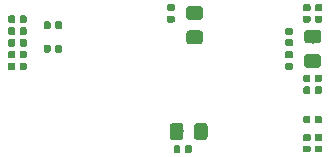
<source format=gbr>
G04 #@! TF.GenerationSoftware,KiCad,Pcbnew,(5.0.1)-3*
G04 #@! TF.CreationDate,2021-08-06T18:40:02+02:00*
G04 #@! TF.ProjectId,Guitar DSP,477569746172204453502E6B69636164,rev?*
G04 #@! TF.SameCoordinates,Original*
G04 #@! TF.FileFunction,Paste,Bot*
G04 #@! TF.FilePolarity,Positive*
%FSLAX46Y46*%
G04 Gerber Fmt 4.6, Leading zero omitted, Abs format (unit mm)*
G04 Created by KiCad (PCBNEW (5.0.1)-3) date 06/08/2021 18:40:02*
%MOMM*%
%LPD*%
G01*
G04 APERTURE LIST*
%ADD10C,0.050800*%
%ADD11C,0.590000*%
%ADD12C,1.150000*%
G04 APERTURE END LIST*
D10*
G04 #@! TO.C,C1*
G36*
X123176958Y-115180710D02*
X123191276Y-115182834D01*
X123205317Y-115186351D01*
X123218946Y-115191228D01*
X123232031Y-115197417D01*
X123244447Y-115204858D01*
X123256073Y-115213481D01*
X123266798Y-115223202D01*
X123276519Y-115233927D01*
X123285142Y-115245553D01*
X123292583Y-115257969D01*
X123298772Y-115271054D01*
X123303649Y-115284683D01*
X123307166Y-115298724D01*
X123309290Y-115313042D01*
X123310000Y-115327500D01*
X123310000Y-115672500D01*
X123309290Y-115686958D01*
X123307166Y-115701276D01*
X123303649Y-115715317D01*
X123298772Y-115728946D01*
X123292583Y-115742031D01*
X123285142Y-115754447D01*
X123276519Y-115766073D01*
X123266798Y-115776798D01*
X123256073Y-115786519D01*
X123244447Y-115795142D01*
X123232031Y-115802583D01*
X123218946Y-115808772D01*
X123205317Y-115813649D01*
X123191276Y-115817166D01*
X123176958Y-115819290D01*
X123162500Y-115820000D01*
X122867500Y-115820000D01*
X122853042Y-115819290D01*
X122838724Y-115817166D01*
X122824683Y-115813649D01*
X122811054Y-115808772D01*
X122797969Y-115802583D01*
X122785553Y-115795142D01*
X122773927Y-115786519D01*
X122763202Y-115776798D01*
X122753481Y-115766073D01*
X122744858Y-115754447D01*
X122737417Y-115742031D01*
X122731228Y-115728946D01*
X122726351Y-115715317D01*
X122722834Y-115701276D01*
X122720710Y-115686958D01*
X122720000Y-115672500D01*
X122720000Y-115327500D01*
X122720710Y-115313042D01*
X122722834Y-115298724D01*
X122726351Y-115284683D01*
X122731228Y-115271054D01*
X122737417Y-115257969D01*
X122744858Y-115245553D01*
X122753481Y-115233927D01*
X122763202Y-115223202D01*
X122773927Y-115213481D01*
X122785553Y-115204858D01*
X122797969Y-115197417D01*
X122811054Y-115191228D01*
X122824683Y-115186351D01*
X122838724Y-115182834D01*
X122853042Y-115180710D01*
X122867500Y-115180000D01*
X123162500Y-115180000D01*
X123176958Y-115180710D01*
X123176958Y-115180710D01*
G37*
D11*
X123015000Y-115500000D03*
D10*
G36*
X124146958Y-115180710D02*
X124161276Y-115182834D01*
X124175317Y-115186351D01*
X124188946Y-115191228D01*
X124202031Y-115197417D01*
X124214447Y-115204858D01*
X124226073Y-115213481D01*
X124236798Y-115223202D01*
X124246519Y-115233927D01*
X124255142Y-115245553D01*
X124262583Y-115257969D01*
X124268772Y-115271054D01*
X124273649Y-115284683D01*
X124277166Y-115298724D01*
X124279290Y-115313042D01*
X124280000Y-115327500D01*
X124280000Y-115672500D01*
X124279290Y-115686958D01*
X124277166Y-115701276D01*
X124273649Y-115715317D01*
X124268772Y-115728946D01*
X124262583Y-115742031D01*
X124255142Y-115754447D01*
X124246519Y-115766073D01*
X124236798Y-115776798D01*
X124226073Y-115786519D01*
X124214447Y-115795142D01*
X124202031Y-115802583D01*
X124188946Y-115808772D01*
X124175317Y-115813649D01*
X124161276Y-115817166D01*
X124146958Y-115819290D01*
X124132500Y-115820000D01*
X123837500Y-115820000D01*
X123823042Y-115819290D01*
X123808724Y-115817166D01*
X123794683Y-115813649D01*
X123781054Y-115808772D01*
X123767969Y-115802583D01*
X123755553Y-115795142D01*
X123743927Y-115786519D01*
X123733202Y-115776798D01*
X123723481Y-115766073D01*
X123714858Y-115754447D01*
X123707417Y-115742031D01*
X123701228Y-115728946D01*
X123696351Y-115715317D01*
X123692834Y-115701276D01*
X123690710Y-115686958D01*
X123690000Y-115672500D01*
X123690000Y-115327500D01*
X123690710Y-115313042D01*
X123692834Y-115298724D01*
X123696351Y-115284683D01*
X123701228Y-115271054D01*
X123707417Y-115257969D01*
X123714858Y-115245553D01*
X123723481Y-115233927D01*
X123733202Y-115223202D01*
X123743927Y-115213481D01*
X123755553Y-115204858D01*
X123767969Y-115197417D01*
X123781054Y-115191228D01*
X123794683Y-115186351D01*
X123808724Y-115182834D01*
X123823042Y-115180710D01*
X123837500Y-115180000D01*
X124132500Y-115180000D01*
X124146958Y-115180710D01*
X124146958Y-115180710D01*
G37*
D11*
X123985000Y-115500000D03*
G04 #@! TD*
D10*
G04 #@! TO.C,C2*
G36*
X123186958Y-116720710D02*
X123201276Y-116722834D01*
X123215317Y-116726351D01*
X123228946Y-116731228D01*
X123242031Y-116737417D01*
X123254447Y-116744858D01*
X123266073Y-116753481D01*
X123276798Y-116763202D01*
X123286519Y-116773927D01*
X123295142Y-116785553D01*
X123302583Y-116797969D01*
X123308772Y-116811054D01*
X123313649Y-116824683D01*
X123317166Y-116838724D01*
X123319290Y-116853042D01*
X123320000Y-116867500D01*
X123320000Y-117162500D01*
X123319290Y-117176958D01*
X123317166Y-117191276D01*
X123313649Y-117205317D01*
X123308772Y-117218946D01*
X123302583Y-117232031D01*
X123295142Y-117244447D01*
X123286519Y-117256073D01*
X123276798Y-117266798D01*
X123266073Y-117276519D01*
X123254447Y-117285142D01*
X123242031Y-117292583D01*
X123228946Y-117298772D01*
X123215317Y-117303649D01*
X123201276Y-117307166D01*
X123186958Y-117309290D01*
X123172500Y-117310000D01*
X122827500Y-117310000D01*
X122813042Y-117309290D01*
X122798724Y-117307166D01*
X122784683Y-117303649D01*
X122771054Y-117298772D01*
X122757969Y-117292583D01*
X122745553Y-117285142D01*
X122733927Y-117276519D01*
X122723202Y-117266798D01*
X122713481Y-117256073D01*
X122704858Y-117244447D01*
X122697417Y-117232031D01*
X122691228Y-117218946D01*
X122686351Y-117205317D01*
X122682834Y-117191276D01*
X122680710Y-117176958D01*
X122680000Y-117162500D01*
X122680000Y-116867500D01*
X122680710Y-116853042D01*
X122682834Y-116838724D01*
X122686351Y-116824683D01*
X122691228Y-116811054D01*
X122697417Y-116797969D01*
X122704858Y-116785553D01*
X122713481Y-116773927D01*
X122723202Y-116763202D01*
X122733927Y-116753481D01*
X122745553Y-116744858D01*
X122757969Y-116737417D01*
X122771054Y-116731228D01*
X122784683Y-116726351D01*
X122798724Y-116722834D01*
X122813042Y-116720710D01*
X122827500Y-116720000D01*
X123172500Y-116720000D01*
X123186958Y-116720710D01*
X123186958Y-116720710D01*
G37*
D11*
X123000000Y-117015000D03*
D10*
G36*
X123186958Y-117690710D02*
X123201276Y-117692834D01*
X123215317Y-117696351D01*
X123228946Y-117701228D01*
X123242031Y-117707417D01*
X123254447Y-117714858D01*
X123266073Y-117723481D01*
X123276798Y-117733202D01*
X123286519Y-117743927D01*
X123295142Y-117755553D01*
X123302583Y-117767969D01*
X123308772Y-117781054D01*
X123313649Y-117794683D01*
X123317166Y-117808724D01*
X123319290Y-117823042D01*
X123320000Y-117837500D01*
X123320000Y-118132500D01*
X123319290Y-118146958D01*
X123317166Y-118161276D01*
X123313649Y-118175317D01*
X123308772Y-118188946D01*
X123302583Y-118202031D01*
X123295142Y-118214447D01*
X123286519Y-118226073D01*
X123276798Y-118236798D01*
X123266073Y-118246519D01*
X123254447Y-118255142D01*
X123242031Y-118262583D01*
X123228946Y-118268772D01*
X123215317Y-118273649D01*
X123201276Y-118277166D01*
X123186958Y-118279290D01*
X123172500Y-118280000D01*
X122827500Y-118280000D01*
X122813042Y-118279290D01*
X122798724Y-118277166D01*
X122784683Y-118273649D01*
X122771054Y-118268772D01*
X122757969Y-118262583D01*
X122745553Y-118255142D01*
X122733927Y-118246519D01*
X122723202Y-118236798D01*
X122713481Y-118226073D01*
X122704858Y-118214447D01*
X122697417Y-118202031D01*
X122691228Y-118188946D01*
X122686351Y-118175317D01*
X122682834Y-118161276D01*
X122680710Y-118146958D01*
X122680000Y-118132500D01*
X122680000Y-117837500D01*
X122680710Y-117823042D01*
X122682834Y-117808724D01*
X122686351Y-117794683D01*
X122691228Y-117781054D01*
X122697417Y-117767969D01*
X122704858Y-117755553D01*
X122713481Y-117743927D01*
X122723202Y-117733202D01*
X122733927Y-117723481D01*
X122745553Y-117714858D01*
X122757969Y-117707417D01*
X122771054Y-117701228D01*
X122784683Y-117696351D01*
X122798724Y-117692834D01*
X122813042Y-117690710D01*
X122827500Y-117690000D01*
X123172500Y-117690000D01*
X123186958Y-117690710D01*
X123186958Y-117690710D01*
G37*
D11*
X123000000Y-117985000D03*
G04 #@! TD*
D10*
G04 #@! TO.C,C3*
G36*
X121686958Y-110690710D02*
X121701276Y-110692834D01*
X121715317Y-110696351D01*
X121728946Y-110701228D01*
X121742031Y-110707417D01*
X121754447Y-110714858D01*
X121766073Y-110723481D01*
X121776798Y-110733202D01*
X121786519Y-110743927D01*
X121795142Y-110755553D01*
X121802583Y-110767969D01*
X121808772Y-110781054D01*
X121813649Y-110794683D01*
X121817166Y-110808724D01*
X121819290Y-110823042D01*
X121820000Y-110837500D01*
X121820000Y-111132500D01*
X121819290Y-111146958D01*
X121817166Y-111161276D01*
X121813649Y-111175317D01*
X121808772Y-111188946D01*
X121802583Y-111202031D01*
X121795142Y-111214447D01*
X121786519Y-111226073D01*
X121776798Y-111236798D01*
X121766073Y-111246519D01*
X121754447Y-111255142D01*
X121742031Y-111262583D01*
X121728946Y-111268772D01*
X121715317Y-111273649D01*
X121701276Y-111277166D01*
X121686958Y-111279290D01*
X121672500Y-111280000D01*
X121327500Y-111280000D01*
X121313042Y-111279290D01*
X121298724Y-111277166D01*
X121284683Y-111273649D01*
X121271054Y-111268772D01*
X121257969Y-111262583D01*
X121245553Y-111255142D01*
X121233927Y-111246519D01*
X121223202Y-111236798D01*
X121213481Y-111226073D01*
X121204858Y-111214447D01*
X121197417Y-111202031D01*
X121191228Y-111188946D01*
X121186351Y-111175317D01*
X121182834Y-111161276D01*
X121180710Y-111146958D01*
X121180000Y-111132500D01*
X121180000Y-110837500D01*
X121180710Y-110823042D01*
X121182834Y-110808724D01*
X121186351Y-110794683D01*
X121191228Y-110781054D01*
X121197417Y-110767969D01*
X121204858Y-110755553D01*
X121213481Y-110743927D01*
X121223202Y-110733202D01*
X121233927Y-110723481D01*
X121245553Y-110714858D01*
X121257969Y-110707417D01*
X121271054Y-110701228D01*
X121284683Y-110696351D01*
X121298724Y-110692834D01*
X121313042Y-110690710D01*
X121327500Y-110690000D01*
X121672500Y-110690000D01*
X121686958Y-110690710D01*
X121686958Y-110690710D01*
G37*
D11*
X121500000Y-110985000D03*
D10*
G36*
X121686958Y-109720710D02*
X121701276Y-109722834D01*
X121715317Y-109726351D01*
X121728946Y-109731228D01*
X121742031Y-109737417D01*
X121754447Y-109744858D01*
X121766073Y-109753481D01*
X121776798Y-109763202D01*
X121786519Y-109773927D01*
X121795142Y-109785553D01*
X121802583Y-109797969D01*
X121808772Y-109811054D01*
X121813649Y-109824683D01*
X121817166Y-109838724D01*
X121819290Y-109853042D01*
X121820000Y-109867500D01*
X121820000Y-110162500D01*
X121819290Y-110176958D01*
X121817166Y-110191276D01*
X121813649Y-110205317D01*
X121808772Y-110218946D01*
X121802583Y-110232031D01*
X121795142Y-110244447D01*
X121786519Y-110256073D01*
X121776798Y-110266798D01*
X121766073Y-110276519D01*
X121754447Y-110285142D01*
X121742031Y-110292583D01*
X121728946Y-110298772D01*
X121715317Y-110303649D01*
X121701276Y-110307166D01*
X121686958Y-110309290D01*
X121672500Y-110310000D01*
X121327500Y-110310000D01*
X121313042Y-110309290D01*
X121298724Y-110307166D01*
X121284683Y-110303649D01*
X121271054Y-110298772D01*
X121257969Y-110292583D01*
X121245553Y-110285142D01*
X121233927Y-110276519D01*
X121223202Y-110266798D01*
X121213481Y-110256073D01*
X121204858Y-110244447D01*
X121197417Y-110232031D01*
X121191228Y-110218946D01*
X121186351Y-110205317D01*
X121182834Y-110191276D01*
X121180710Y-110176958D01*
X121180000Y-110162500D01*
X121180000Y-109867500D01*
X121180710Y-109853042D01*
X121182834Y-109838724D01*
X121186351Y-109824683D01*
X121191228Y-109811054D01*
X121197417Y-109797969D01*
X121204858Y-109785553D01*
X121213481Y-109773927D01*
X121223202Y-109763202D01*
X121233927Y-109753481D01*
X121245553Y-109744858D01*
X121257969Y-109737417D01*
X121271054Y-109731228D01*
X121284683Y-109726351D01*
X121298724Y-109722834D01*
X121313042Y-109720710D01*
X121327500Y-109720000D01*
X121672500Y-109720000D01*
X121686958Y-109720710D01*
X121686958Y-109720710D01*
G37*
D11*
X121500000Y-110015000D03*
G04 #@! TD*
D10*
G04 #@! TO.C,C4*
G36*
X124146958Y-112680710D02*
X124161276Y-112682834D01*
X124175317Y-112686351D01*
X124188946Y-112691228D01*
X124202031Y-112697417D01*
X124214447Y-112704858D01*
X124226073Y-112713481D01*
X124236798Y-112723202D01*
X124246519Y-112733927D01*
X124255142Y-112745553D01*
X124262583Y-112757969D01*
X124268772Y-112771054D01*
X124273649Y-112784683D01*
X124277166Y-112798724D01*
X124279290Y-112813042D01*
X124280000Y-112827500D01*
X124280000Y-113172500D01*
X124279290Y-113186958D01*
X124277166Y-113201276D01*
X124273649Y-113215317D01*
X124268772Y-113228946D01*
X124262583Y-113242031D01*
X124255142Y-113254447D01*
X124246519Y-113266073D01*
X124236798Y-113276798D01*
X124226073Y-113286519D01*
X124214447Y-113295142D01*
X124202031Y-113302583D01*
X124188946Y-113308772D01*
X124175317Y-113313649D01*
X124161276Y-113317166D01*
X124146958Y-113319290D01*
X124132500Y-113320000D01*
X123837500Y-113320000D01*
X123823042Y-113319290D01*
X123808724Y-113317166D01*
X123794683Y-113313649D01*
X123781054Y-113308772D01*
X123767969Y-113302583D01*
X123755553Y-113295142D01*
X123743927Y-113286519D01*
X123733202Y-113276798D01*
X123723481Y-113266073D01*
X123714858Y-113254447D01*
X123707417Y-113242031D01*
X123701228Y-113228946D01*
X123696351Y-113215317D01*
X123692834Y-113201276D01*
X123690710Y-113186958D01*
X123690000Y-113172500D01*
X123690000Y-112827500D01*
X123690710Y-112813042D01*
X123692834Y-112798724D01*
X123696351Y-112784683D01*
X123701228Y-112771054D01*
X123707417Y-112757969D01*
X123714858Y-112745553D01*
X123723481Y-112733927D01*
X123733202Y-112723202D01*
X123743927Y-112713481D01*
X123755553Y-112704858D01*
X123767969Y-112697417D01*
X123781054Y-112691228D01*
X123794683Y-112686351D01*
X123808724Y-112682834D01*
X123823042Y-112680710D01*
X123837500Y-112680000D01*
X124132500Y-112680000D01*
X124146958Y-112680710D01*
X124146958Y-112680710D01*
G37*
D11*
X123985000Y-113000000D03*
D10*
G36*
X123176958Y-112680710D02*
X123191276Y-112682834D01*
X123205317Y-112686351D01*
X123218946Y-112691228D01*
X123232031Y-112697417D01*
X123244447Y-112704858D01*
X123256073Y-112713481D01*
X123266798Y-112723202D01*
X123276519Y-112733927D01*
X123285142Y-112745553D01*
X123292583Y-112757969D01*
X123298772Y-112771054D01*
X123303649Y-112784683D01*
X123307166Y-112798724D01*
X123309290Y-112813042D01*
X123310000Y-112827500D01*
X123310000Y-113172500D01*
X123309290Y-113186958D01*
X123307166Y-113201276D01*
X123303649Y-113215317D01*
X123298772Y-113228946D01*
X123292583Y-113242031D01*
X123285142Y-113254447D01*
X123276519Y-113266073D01*
X123266798Y-113276798D01*
X123256073Y-113286519D01*
X123244447Y-113295142D01*
X123232031Y-113302583D01*
X123218946Y-113308772D01*
X123205317Y-113313649D01*
X123191276Y-113317166D01*
X123176958Y-113319290D01*
X123162500Y-113320000D01*
X122867500Y-113320000D01*
X122853042Y-113319290D01*
X122838724Y-113317166D01*
X122824683Y-113313649D01*
X122811054Y-113308772D01*
X122797969Y-113302583D01*
X122785553Y-113295142D01*
X122773927Y-113286519D01*
X122763202Y-113276798D01*
X122753481Y-113266073D01*
X122744858Y-113254447D01*
X122737417Y-113242031D01*
X122731228Y-113228946D01*
X122726351Y-113215317D01*
X122722834Y-113201276D01*
X122720710Y-113186958D01*
X122720000Y-113172500D01*
X122720000Y-112827500D01*
X122720710Y-112813042D01*
X122722834Y-112798724D01*
X122726351Y-112784683D01*
X122731228Y-112771054D01*
X122737417Y-112757969D01*
X122744858Y-112745553D01*
X122753481Y-112733927D01*
X122763202Y-112723202D01*
X122773927Y-112713481D01*
X122785553Y-112704858D01*
X122797969Y-112697417D01*
X122811054Y-112691228D01*
X122824683Y-112686351D01*
X122838724Y-112682834D01*
X122853042Y-112680710D01*
X122867500Y-112680000D01*
X123162500Y-112680000D01*
X123176958Y-112680710D01*
X123176958Y-112680710D01*
G37*
D11*
X123015000Y-113000000D03*
G04 #@! TD*
D10*
G04 #@! TO.C,C5*
G36*
X112176958Y-117680710D02*
X112191276Y-117682834D01*
X112205317Y-117686351D01*
X112218946Y-117691228D01*
X112232031Y-117697417D01*
X112244447Y-117704858D01*
X112256073Y-117713481D01*
X112266798Y-117723202D01*
X112276519Y-117733927D01*
X112285142Y-117745553D01*
X112292583Y-117757969D01*
X112298772Y-117771054D01*
X112303649Y-117784683D01*
X112307166Y-117798724D01*
X112309290Y-117813042D01*
X112310000Y-117827500D01*
X112310000Y-118172500D01*
X112309290Y-118186958D01*
X112307166Y-118201276D01*
X112303649Y-118215317D01*
X112298772Y-118228946D01*
X112292583Y-118242031D01*
X112285142Y-118254447D01*
X112276519Y-118266073D01*
X112266798Y-118276798D01*
X112256073Y-118286519D01*
X112244447Y-118295142D01*
X112232031Y-118302583D01*
X112218946Y-118308772D01*
X112205317Y-118313649D01*
X112191276Y-118317166D01*
X112176958Y-118319290D01*
X112162500Y-118320000D01*
X111867500Y-118320000D01*
X111853042Y-118319290D01*
X111838724Y-118317166D01*
X111824683Y-118313649D01*
X111811054Y-118308772D01*
X111797969Y-118302583D01*
X111785553Y-118295142D01*
X111773927Y-118286519D01*
X111763202Y-118276798D01*
X111753481Y-118266073D01*
X111744858Y-118254447D01*
X111737417Y-118242031D01*
X111731228Y-118228946D01*
X111726351Y-118215317D01*
X111722834Y-118201276D01*
X111720710Y-118186958D01*
X111720000Y-118172500D01*
X111720000Y-117827500D01*
X111720710Y-117813042D01*
X111722834Y-117798724D01*
X111726351Y-117784683D01*
X111731228Y-117771054D01*
X111737417Y-117757969D01*
X111744858Y-117745553D01*
X111753481Y-117733927D01*
X111763202Y-117723202D01*
X111773927Y-117713481D01*
X111785553Y-117704858D01*
X111797969Y-117697417D01*
X111811054Y-117691228D01*
X111824683Y-117686351D01*
X111838724Y-117682834D01*
X111853042Y-117680710D01*
X111867500Y-117680000D01*
X112162500Y-117680000D01*
X112176958Y-117680710D01*
X112176958Y-117680710D01*
G37*
D11*
X112015000Y-118000000D03*
D10*
G36*
X113146958Y-117680710D02*
X113161276Y-117682834D01*
X113175317Y-117686351D01*
X113188946Y-117691228D01*
X113202031Y-117697417D01*
X113214447Y-117704858D01*
X113226073Y-117713481D01*
X113236798Y-117723202D01*
X113246519Y-117733927D01*
X113255142Y-117745553D01*
X113262583Y-117757969D01*
X113268772Y-117771054D01*
X113273649Y-117784683D01*
X113277166Y-117798724D01*
X113279290Y-117813042D01*
X113280000Y-117827500D01*
X113280000Y-118172500D01*
X113279290Y-118186958D01*
X113277166Y-118201276D01*
X113273649Y-118215317D01*
X113268772Y-118228946D01*
X113262583Y-118242031D01*
X113255142Y-118254447D01*
X113246519Y-118266073D01*
X113236798Y-118276798D01*
X113226073Y-118286519D01*
X113214447Y-118295142D01*
X113202031Y-118302583D01*
X113188946Y-118308772D01*
X113175317Y-118313649D01*
X113161276Y-118317166D01*
X113146958Y-118319290D01*
X113132500Y-118320000D01*
X112837500Y-118320000D01*
X112823042Y-118319290D01*
X112808724Y-118317166D01*
X112794683Y-118313649D01*
X112781054Y-118308772D01*
X112767969Y-118302583D01*
X112755553Y-118295142D01*
X112743927Y-118286519D01*
X112733202Y-118276798D01*
X112723481Y-118266073D01*
X112714858Y-118254447D01*
X112707417Y-118242031D01*
X112701228Y-118228946D01*
X112696351Y-118215317D01*
X112692834Y-118201276D01*
X112690710Y-118186958D01*
X112690000Y-118172500D01*
X112690000Y-117827500D01*
X112690710Y-117813042D01*
X112692834Y-117798724D01*
X112696351Y-117784683D01*
X112701228Y-117771054D01*
X112707417Y-117757969D01*
X112714858Y-117745553D01*
X112723481Y-117733927D01*
X112733202Y-117723202D01*
X112743927Y-117713481D01*
X112755553Y-117704858D01*
X112767969Y-117697417D01*
X112781054Y-117691228D01*
X112794683Y-117686351D01*
X112808724Y-117682834D01*
X112823042Y-117680710D01*
X112837500Y-117680000D01*
X113132500Y-117680000D01*
X113146958Y-117680710D01*
X113146958Y-117680710D01*
G37*
D11*
X112985000Y-118000000D03*
G04 #@! TD*
D10*
G04 #@! TO.C,C6*
G36*
X121686958Y-107720710D02*
X121701276Y-107722834D01*
X121715317Y-107726351D01*
X121728946Y-107731228D01*
X121742031Y-107737417D01*
X121754447Y-107744858D01*
X121766073Y-107753481D01*
X121776798Y-107763202D01*
X121786519Y-107773927D01*
X121795142Y-107785553D01*
X121802583Y-107797969D01*
X121808772Y-107811054D01*
X121813649Y-107824683D01*
X121817166Y-107838724D01*
X121819290Y-107853042D01*
X121820000Y-107867500D01*
X121820000Y-108162500D01*
X121819290Y-108176958D01*
X121817166Y-108191276D01*
X121813649Y-108205317D01*
X121808772Y-108218946D01*
X121802583Y-108232031D01*
X121795142Y-108244447D01*
X121786519Y-108256073D01*
X121776798Y-108266798D01*
X121766073Y-108276519D01*
X121754447Y-108285142D01*
X121742031Y-108292583D01*
X121728946Y-108298772D01*
X121715317Y-108303649D01*
X121701276Y-108307166D01*
X121686958Y-108309290D01*
X121672500Y-108310000D01*
X121327500Y-108310000D01*
X121313042Y-108309290D01*
X121298724Y-108307166D01*
X121284683Y-108303649D01*
X121271054Y-108298772D01*
X121257969Y-108292583D01*
X121245553Y-108285142D01*
X121233927Y-108276519D01*
X121223202Y-108266798D01*
X121213481Y-108256073D01*
X121204858Y-108244447D01*
X121197417Y-108232031D01*
X121191228Y-108218946D01*
X121186351Y-108205317D01*
X121182834Y-108191276D01*
X121180710Y-108176958D01*
X121180000Y-108162500D01*
X121180000Y-107867500D01*
X121180710Y-107853042D01*
X121182834Y-107838724D01*
X121186351Y-107824683D01*
X121191228Y-107811054D01*
X121197417Y-107797969D01*
X121204858Y-107785553D01*
X121213481Y-107773927D01*
X121223202Y-107763202D01*
X121233927Y-107753481D01*
X121245553Y-107744858D01*
X121257969Y-107737417D01*
X121271054Y-107731228D01*
X121284683Y-107726351D01*
X121298724Y-107722834D01*
X121313042Y-107720710D01*
X121327500Y-107720000D01*
X121672500Y-107720000D01*
X121686958Y-107720710D01*
X121686958Y-107720710D01*
G37*
D11*
X121500000Y-108015000D03*
D10*
G36*
X121686958Y-108690710D02*
X121701276Y-108692834D01*
X121715317Y-108696351D01*
X121728946Y-108701228D01*
X121742031Y-108707417D01*
X121754447Y-108714858D01*
X121766073Y-108723481D01*
X121776798Y-108733202D01*
X121786519Y-108743927D01*
X121795142Y-108755553D01*
X121802583Y-108767969D01*
X121808772Y-108781054D01*
X121813649Y-108794683D01*
X121817166Y-108808724D01*
X121819290Y-108823042D01*
X121820000Y-108837500D01*
X121820000Y-109132500D01*
X121819290Y-109146958D01*
X121817166Y-109161276D01*
X121813649Y-109175317D01*
X121808772Y-109188946D01*
X121802583Y-109202031D01*
X121795142Y-109214447D01*
X121786519Y-109226073D01*
X121776798Y-109236798D01*
X121766073Y-109246519D01*
X121754447Y-109255142D01*
X121742031Y-109262583D01*
X121728946Y-109268772D01*
X121715317Y-109273649D01*
X121701276Y-109277166D01*
X121686958Y-109279290D01*
X121672500Y-109280000D01*
X121327500Y-109280000D01*
X121313042Y-109279290D01*
X121298724Y-109277166D01*
X121284683Y-109273649D01*
X121271054Y-109268772D01*
X121257969Y-109262583D01*
X121245553Y-109255142D01*
X121233927Y-109246519D01*
X121223202Y-109236798D01*
X121213481Y-109226073D01*
X121204858Y-109214447D01*
X121197417Y-109202031D01*
X121191228Y-109188946D01*
X121186351Y-109175317D01*
X121182834Y-109161276D01*
X121180710Y-109146958D01*
X121180000Y-109132500D01*
X121180000Y-108837500D01*
X121180710Y-108823042D01*
X121182834Y-108808724D01*
X121186351Y-108794683D01*
X121191228Y-108781054D01*
X121197417Y-108767969D01*
X121204858Y-108755553D01*
X121213481Y-108743927D01*
X121223202Y-108733202D01*
X121233927Y-108723481D01*
X121245553Y-108714858D01*
X121257969Y-108707417D01*
X121271054Y-108701228D01*
X121284683Y-108696351D01*
X121298724Y-108692834D01*
X121313042Y-108690710D01*
X121327500Y-108690000D01*
X121672500Y-108690000D01*
X121686958Y-108690710D01*
X121686958Y-108690710D01*
G37*
D11*
X121500000Y-108985000D03*
G04 #@! TD*
D10*
G04 #@! TO.C,C7*
G36*
X123186958Y-106690710D02*
X123201276Y-106692834D01*
X123215317Y-106696351D01*
X123228946Y-106701228D01*
X123242031Y-106707417D01*
X123254447Y-106714858D01*
X123266073Y-106723481D01*
X123276798Y-106733202D01*
X123286519Y-106743927D01*
X123295142Y-106755553D01*
X123302583Y-106767969D01*
X123308772Y-106781054D01*
X123313649Y-106794683D01*
X123317166Y-106808724D01*
X123319290Y-106823042D01*
X123320000Y-106837500D01*
X123320000Y-107132500D01*
X123319290Y-107146958D01*
X123317166Y-107161276D01*
X123313649Y-107175317D01*
X123308772Y-107188946D01*
X123302583Y-107202031D01*
X123295142Y-107214447D01*
X123286519Y-107226073D01*
X123276798Y-107236798D01*
X123266073Y-107246519D01*
X123254447Y-107255142D01*
X123242031Y-107262583D01*
X123228946Y-107268772D01*
X123215317Y-107273649D01*
X123201276Y-107277166D01*
X123186958Y-107279290D01*
X123172500Y-107280000D01*
X122827500Y-107280000D01*
X122813042Y-107279290D01*
X122798724Y-107277166D01*
X122784683Y-107273649D01*
X122771054Y-107268772D01*
X122757969Y-107262583D01*
X122745553Y-107255142D01*
X122733927Y-107246519D01*
X122723202Y-107236798D01*
X122713481Y-107226073D01*
X122704858Y-107214447D01*
X122697417Y-107202031D01*
X122691228Y-107188946D01*
X122686351Y-107175317D01*
X122682834Y-107161276D01*
X122680710Y-107146958D01*
X122680000Y-107132500D01*
X122680000Y-106837500D01*
X122680710Y-106823042D01*
X122682834Y-106808724D01*
X122686351Y-106794683D01*
X122691228Y-106781054D01*
X122697417Y-106767969D01*
X122704858Y-106755553D01*
X122713481Y-106743927D01*
X122723202Y-106733202D01*
X122733927Y-106723481D01*
X122745553Y-106714858D01*
X122757969Y-106707417D01*
X122771054Y-106701228D01*
X122784683Y-106696351D01*
X122798724Y-106692834D01*
X122813042Y-106690710D01*
X122827500Y-106690000D01*
X123172500Y-106690000D01*
X123186958Y-106690710D01*
X123186958Y-106690710D01*
G37*
D11*
X123000000Y-106985000D03*
D10*
G36*
X123186958Y-105720710D02*
X123201276Y-105722834D01*
X123215317Y-105726351D01*
X123228946Y-105731228D01*
X123242031Y-105737417D01*
X123254447Y-105744858D01*
X123266073Y-105753481D01*
X123276798Y-105763202D01*
X123286519Y-105773927D01*
X123295142Y-105785553D01*
X123302583Y-105797969D01*
X123308772Y-105811054D01*
X123313649Y-105824683D01*
X123317166Y-105838724D01*
X123319290Y-105853042D01*
X123320000Y-105867500D01*
X123320000Y-106162500D01*
X123319290Y-106176958D01*
X123317166Y-106191276D01*
X123313649Y-106205317D01*
X123308772Y-106218946D01*
X123302583Y-106232031D01*
X123295142Y-106244447D01*
X123286519Y-106256073D01*
X123276798Y-106266798D01*
X123266073Y-106276519D01*
X123254447Y-106285142D01*
X123242031Y-106292583D01*
X123228946Y-106298772D01*
X123215317Y-106303649D01*
X123201276Y-106307166D01*
X123186958Y-106309290D01*
X123172500Y-106310000D01*
X122827500Y-106310000D01*
X122813042Y-106309290D01*
X122798724Y-106307166D01*
X122784683Y-106303649D01*
X122771054Y-106298772D01*
X122757969Y-106292583D01*
X122745553Y-106285142D01*
X122733927Y-106276519D01*
X122723202Y-106266798D01*
X122713481Y-106256073D01*
X122704858Y-106244447D01*
X122697417Y-106232031D01*
X122691228Y-106218946D01*
X122686351Y-106205317D01*
X122682834Y-106191276D01*
X122680710Y-106176958D01*
X122680000Y-106162500D01*
X122680000Y-105867500D01*
X122680710Y-105853042D01*
X122682834Y-105838724D01*
X122686351Y-105824683D01*
X122691228Y-105811054D01*
X122697417Y-105797969D01*
X122704858Y-105785553D01*
X122713481Y-105773927D01*
X122723202Y-105763202D01*
X122733927Y-105753481D01*
X122745553Y-105744858D01*
X122757969Y-105737417D01*
X122771054Y-105731228D01*
X122784683Y-105726351D01*
X122798724Y-105722834D01*
X122813042Y-105720710D01*
X122827500Y-105720000D01*
X123172500Y-105720000D01*
X123186958Y-105720710D01*
X123186958Y-105720710D01*
G37*
D11*
X123000000Y-106015000D03*
G04 #@! TD*
D10*
G04 #@! TO.C,C8*
G36*
X111686958Y-105720710D02*
X111701276Y-105722834D01*
X111715317Y-105726351D01*
X111728946Y-105731228D01*
X111742031Y-105737417D01*
X111754447Y-105744858D01*
X111766073Y-105753481D01*
X111776798Y-105763202D01*
X111786519Y-105773927D01*
X111795142Y-105785553D01*
X111802583Y-105797969D01*
X111808772Y-105811054D01*
X111813649Y-105824683D01*
X111817166Y-105838724D01*
X111819290Y-105853042D01*
X111820000Y-105867500D01*
X111820000Y-106162500D01*
X111819290Y-106176958D01*
X111817166Y-106191276D01*
X111813649Y-106205317D01*
X111808772Y-106218946D01*
X111802583Y-106232031D01*
X111795142Y-106244447D01*
X111786519Y-106256073D01*
X111776798Y-106266798D01*
X111766073Y-106276519D01*
X111754447Y-106285142D01*
X111742031Y-106292583D01*
X111728946Y-106298772D01*
X111715317Y-106303649D01*
X111701276Y-106307166D01*
X111686958Y-106309290D01*
X111672500Y-106310000D01*
X111327500Y-106310000D01*
X111313042Y-106309290D01*
X111298724Y-106307166D01*
X111284683Y-106303649D01*
X111271054Y-106298772D01*
X111257969Y-106292583D01*
X111245553Y-106285142D01*
X111233927Y-106276519D01*
X111223202Y-106266798D01*
X111213481Y-106256073D01*
X111204858Y-106244447D01*
X111197417Y-106232031D01*
X111191228Y-106218946D01*
X111186351Y-106205317D01*
X111182834Y-106191276D01*
X111180710Y-106176958D01*
X111180000Y-106162500D01*
X111180000Y-105867500D01*
X111180710Y-105853042D01*
X111182834Y-105838724D01*
X111186351Y-105824683D01*
X111191228Y-105811054D01*
X111197417Y-105797969D01*
X111204858Y-105785553D01*
X111213481Y-105773927D01*
X111223202Y-105763202D01*
X111233927Y-105753481D01*
X111245553Y-105744858D01*
X111257969Y-105737417D01*
X111271054Y-105731228D01*
X111284683Y-105726351D01*
X111298724Y-105722834D01*
X111313042Y-105720710D01*
X111327500Y-105720000D01*
X111672500Y-105720000D01*
X111686958Y-105720710D01*
X111686958Y-105720710D01*
G37*
D11*
X111500000Y-106015000D03*
D10*
G36*
X111686958Y-106690710D02*
X111701276Y-106692834D01*
X111715317Y-106696351D01*
X111728946Y-106701228D01*
X111742031Y-106707417D01*
X111754447Y-106714858D01*
X111766073Y-106723481D01*
X111776798Y-106733202D01*
X111786519Y-106743927D01*
X111795142Y-106755553D01*
X111802583Y-106767969D01*
X111808772Y-106781054D01*
X111813649Y-106794683D01*
X111817166Y-106808724D01*
X111819290Y-106823042D01*
X111820000Y-106837500D01*
X111820000Y-107132500D01*
X111819290Y-107146958D01*
X111817166Y-107161276D01*
X111813649Y-107175317D01*
X111808772Y-107188946D01*
X111802583Y-107202031D01*
X111795142Y-107214447D01*
X111786519Y-107226073D01*
X111776798Y-107236798D01*
X111766073Y-107246519D01*
X111754447Y-107255142D01*
X111742031Y-107262583D01*
X111728946Y-107268772D01*
X111715317Y-107273649D01*
X111701276Y-107277166D01*
X111686958Y-107279290D01*
X111672500Y-107280000D01*
X111327500Y-107280000D01*
X111313042Y-107279290D01*
X111298724Y-107277166D01*
X111284683Y-107273649D01*
X111271054Y-107268772D01*
X111257969Y-107262583D01*
X111245553Y-107255142D01*
X111233927Y-107246519D01*
X111223202Y-107236798D01*
X111213481Y-107226073D01*
X111204858Y-107214447D01*
X111197417Y-107202031D01*
X111191228Y-107188946D01*
X111186351Y-107175317D01*
X111182834Y-107161276D01*
X111180710Y-107146958D01*
X111180000Y-107132500D01*
X111180000Y-106837500D01*
X111180710Y-106823042D01*
X111182834Y-106808724D01*
X111186351Y-106794683D01*
X111191228Y-106781054D01*
X111197417Y-106767969D01*
X111204858Y-106755553D01*
X111213481Y-106743927D01*
X111223202Y-106733202D01*
X111233927Y-106723481D01*
X111245553Y-106714858D01*
X111257969Y-106707417D01*
X111271054Y-106701228D01*
X111284683Y-106696351D01*
X111298724Y-106692834D01*
X111313042Y-106690710D01*
X111327500Y-106690000D01*
X111672500Y-106690000D01*
X111686958Y-106690710D01*
X111686958Y-106690710D01*
G37*
D11*
X111500000Y-106985000D03*
G04 #@! TD*
D10*
G04 #@! TO.C,C9*
G36*
X124186958Y-117690710D02*
X124201276Y-117692834D01*
X124215317Y-117696351D01*
X124228946Y-117701228D01*
X124242031Y-117707417D01*
X124254447Y-117714858D01*
X124266073Y-117723481D01*
X124276798Y-117733202D01*
X124286519Y-117743927D01*
X124295142Y-117755553D01*
X124302583Y-117767969D01*
X124308772Y-117781054D01*
X124313649Y-117794683D01*
X124317166Y-117808724D01*
X124319290Y-117823042D01*
X124320000Y-117837500D01*
X124320000Y-118132500D01*
X124319290Y-118146958D01*
X124317166Y-118161276D01*
X124313649Y-118175317D01*
X124308772Y-118188946D01*
X124302583Y-118202031D01*
X124295142Y-118214447D01*
X124286519Y-118226073D01*
X124276798Y-118236798D01*
X124266073Y-118246519D01*
X124254447Y-118255142D01*
X124242031Y-118262583D01*
X124228946Y-118268772D01*
X124215317Y-118273649D01*
X124201276Y-118277166D01*
X124186958Y-118279290D01*
X124172500Y-118280000D01*
X123827500Y-118280000D01*
X123813042Y-118279290D01*
X123798724Y-118277166D01*
X123784683Y-118273649D01*
X123771054Y-118268772D01*
X123757969Y-118262583D01*
X123745553Y-118255142D01*
X123733927Y-118246519D01*
X123723202Y-118236798D01*
X123713481Y-118226073D01*
X123704858Y-118214447D01*
X123697417Y-118202031D01*
X123691228Y-118188946D01*
X123686351Y-118175317D01*
X123682834Y-118161276D01*
X123680710Y-118146958D01*
X123680000Y-118132500D01*
X123680000Y-117837500D01*
X123680710Y-117823042D01*
X123682834Y-117808724D01*
X123686351Y-117794683D01*
X123691228Y-117781054D01*
X123697417Y-117767969D01*
X123704858Y-117755553D01*
X123713481Y-117743927D01*
X123723202Y-117733202D01*
X123733927Y-117723481D01*
X123745553Y-117714858D01*
X123757969Y-117707417D01*
X123771054Y-117701228D01*
X123784683Y-117696351D01*
X123798724Y-117692834D01*
X123813042Y-117690710D01*
X123827500Y-117690000D01*
X124172500Y-117690000D01*
X124186958Y-117690710D01*
X124186958Y-117690710D01*
G37*
D11*
X124000000Y-117985000D03*
D10*
G36*
X124186958Y-116720710D02*
X124201276Y-116722834D01*
X124215317Y-116726351D01*
X124228946Y-116731228D01*
X124242031Y-116737417D01*
X124254447Y-116744858D01*
X124266073Y-116753481D01*
X124276798Y-116763202D01*
X124286519Y-116773927D01*
X124295142Y-116785553D01*
X124302583Y-116797969D01*
X124308772Y-116811054D01*
X124313649Y-116824683D01*
X124317166Y-116838724D01*
X124319290Y-116853042D01*
X124320000Y-116867500D01*
X124320000Y-117162500D01*
X124319290Y-117176958D01*
X124317166Y-117191276D01*
X124313649Y-117205317D01*
X124308772Y-117218946D01*
X124302583Y-117232031D01*
X124295142Y-117244447D01*
X124286519Y-117256073D01*
X124276798Y-117266798D01*
X124266073Y-117276519D01*
X124254447Y-117285142D01*
X124242031Y-117292583D01*
X124228946Y-117298772D01*
X124215317Y-117303649D01*
X124201276Y-117307166D01*
X124186958Y-117309290D01*
X124172500Y-117310000D01*
X123827500Y-117310000D01*
X123813042Y-117309290D01*
X123798724Y-117307166D01*
X123784683Y-117303649D01*
X123771054Y-117298772D01*
X123757969Y-117292583D01*
X123745553Y-117285142D01*
X123733927Y-117276519D01*
X123723202Y-117266798D01*
X123713481Y-117256073D01*
X123704858Y-117244447D01*
X123697417Y-117232031D01*
X123691228Y-117218946D01*
X123686351Y-117205317D01*
X123682834Y-117191276D01*
X123680710Y-117176958D01*
X123680000Y-117162500D01*
X123680000Y-116867500D01*
X123680710Y-116853042D01*
X123682834Y-116838724D01*
X123686351Y-116824683D01*
X123691228Y-116811054D01*
X123697417Y-116797969D01*
X123704858Y-116785553D01*
X123713481Y-116773927D01*
X123723202Y-116763202D01*
X123733927Y-116753481D01*
X123745553Y-116744858D01*
X123757969Y-116737417D01*
X123771054Y-116731228D01*
X123784683Y-116726351D01*
X123798724Y-116722834D01*
X123813042Y-116720710D01*
X123827500Y-116720000D01*
X124172500Y-116720000D01*
X124186958Y-116720710D01*
X124186958Y-116720710D01*
G37*
D11*
X124000000Y-117015000D03*
G04 #@! TD*
D10*
G04 #@! TO.C,C10*
G36*
X124186958Y-105720710D02*
X124201276Y-105722834D01*
X124215317Y-105726351D01*
X124228946Y-105731228D01*
X124242031Y-105737417D01*
X124254447Y-105744858D01*
X124266073Y-105753481D01*
X124276798Y-105763202D01*
X124286519Y-105773927D01*
X124295142Y-105785553D01*
X124302583Y-105797969D01*
X124308772Y-105811054D01*
X124313649Y-105824683D01*
X124317166Y-105838724D01*
X124319290Y-105853042D01*
X124320000Y-105867500D01*
X124320000Y-106162500D01*
X124319290Y-106176958D01*
X124317166Y-106191276D01*
X124313649Y-106205317D01*
X124308772Y-106218946D01*
X124302583Y-106232031D01*
X124295142Y-106244447D01*
X124286519Y-106256073D01*
X124276798Y-106266798D01*
X124266073Y-106276519D01*
X124254447Y-106285142D01*
X124242031Y-106292583D01*
X124228946Y-106298772D01*
X124215317Y-106303649D01*
X124201276Y-106307166D01*
X124186958Y-106309290D01*
X124172500Y-106310000D01*
X123827500Y-106310000D01*
X123813042Y-106309290D01*
X123798724Y-106307166D01*
X123784683Y-106303649D01*
X123771054Y-106298772D01*
X123757969Y-106292583D01*
X123745553Y-106285142D01*
X123733927Y-106276519D01*
X123723202Y-106266798D01*
X123713481Y-106256073D01*
X123704858Y-106244447D01*
X123697417Y-106232031D01*
X123691228Y-106218946D01*
X123686351Y-106205317D01*
X123682834Y-106191276D01*
X123680710Y-106176958D01*
X123680000Y-106162500D01*
X123680000Y-105867500D01*
X123680710Y-105853042D01*
X123682834Y-105838724D01*
X123686351Y-105824683D01*
X123691228Y-105811054D01*
X123697417Y-105797969D01*
X123704858Y-105785553D01*
X123713481Y-105773927D01*
X123723202Y-105763202D01*
X123733927Y-105753481D01*
X123745553Y-105744858D01*
X123757969Y-105737417D01*
X123771054Y-105731228D01*
X123784683Y-105726351D01*
X123798724Y-105722834D01*
X123813042Y-105720710D01*
X123827500Y-105720000D01*
X124172500Y-105720000D01*
X124186958Y-105720710D01*
X124186958Y-105720710D01*
G37*
D11*
X124000000Y-106015000D03*
D10*
G36*
X124186958Y-106690710D02*
X124201276Y-106692834D01*
X124215317Y-106696351D01*
X124228946Y-106701228D01*
X124242031Y-106707417D01*
X124254447Y-106714858D01*
X124266073Y-106723481D01*
X124276798Y-106733202D01*
X124286519Y-106743927D01*
X124295142Y-106755553D01*
X124302583Y-106767969D01*
X124308772Y-106781054D01*
X124313649Y-106794683D01*
X124317166Y-106808724D01*
X124319290Y-106823042D01*
X124320000Y-106837500D01*
X124320000Y-107132500D01*
X124319290Y-107146958D01*
X124317166Y-107161276D01*
X124313649Y-107175317D01*
X124308772Y-107188946D01*
X124302583Y-107202031D01*
X124295142Y-107214447D01*
X124286519Y-107226073D01*
X124276798Y-107236798D01*
X124266073Y-107246519D01*
X124254447Y-107255142D01*
X124242031Y-107262583D01*
X124228946Y-107268772D01*
X124215317Y-107273649D01*
X124201276Y-107277166D01*
X124186958Y-107279290D01*
X124172500Y-107280000D01*
X123827500Y-107280000D01*
X123813042Y-107279290D01*
X123798724Y-107277166D01*
X123784683Y-107273649D01*
X123771054Y-107268772D01*
X123757969Y-107262583D01*
X123745553Y-107255142D01*
X123733927Y-107246519D01*
X123723202Y-107236798D01*
X123713481Y-107226073D01*
X123704858Y-107214447D01*
X123697417Y-107202031D01*
X123691228Y-107188946D01*
X123686351Y-107175317D01*
X123682834Y-107161276D01*
X123680710Y-107146958D01*
X123680000Y-107132500D01*
X123680000Y-106837500D01*
X123680710Y-106823042D01*
X123682834Y-106808724D01*
X123686351Y-106794683D01*
X123691228Y-106781054D01*
X123697417Y-106767969D01*
X123704858Y-106755553D01*
X123713481Y-106743927D01*
X123723202Y-106733202D01*
X123733927Y-106723481D01*
X123745553Y-106714858D01*
X123757969Y-106707417D01*
X123771054Y-106701228D01*
X123784683Y-106696351D01*
X123798724Y-106692834D01*
X123813042Y-106690710D01*
X123827500Y-106690000D01*
X124172500Y-106690000D01*
X124186958Y-106690710D01*
X124186958Y-106690710D01*
G37*
D11*
X124000000Y-106985000D03*
G04 #@! TD*
D10*
G04 #@! TO.C,C12*
G36*
X113974505Y-107951204D02*
X113998773Y-107954804D01*
X114022572Y-107960765D01*
X114045671Y-107969030D01*
X114067850Y-107979520D01*
X114088893Y-107992132D01*
X114108599Y-108006747D01*
X114126777Y-108023223D01*
X114143253Y-108041401D01*
X114157868Y-108061107D01*
X114170480Y-108082150D01*
X114180970Y-108104329D01*
X114189235Y-108127428D01*
X114195196Y-108151227D01*
X114198796Y-108175495D01*
X114200000Y-108199999D01*
X114200000Y-108850001D01*
X114198796Y-108874505D01*
X114195196Y-108898773D01*
X114189235Y-108922572D01*
X114180970Y-108945671D01*
X114170480Y-108967850D01*
X114157868Y-108988893D01*
X114143253Y-109008599D01*
X114126777Y-109026777D01*
X114108599Y-109043253D01*
X114088893Y-109057868D01*
X114067850Y-109070480D01*
X114045671Y-109080970D01*
X114022572Y-109089235D01*
X113998773Y-109095196D01*
X113974505Y-109098796D01*
X113950001Y-109100000D01*
X113049999Y-109100000D01*
X113025495Y-109098796D01*
X113001227Y-109095196D01*
X112977428Y-109089235D01*
X112954329Y-109080970D01*
X112932150Y-109070480D01*
X112911107Y-109057868D01*
X112891401Y-109043253D01*
X112873223Y-109026777D01*
X112856747Y-109008599D01*
X112842132Y-108988893D01*
X112829520Y-108967850D01*
X112819030Y-108945671D01*
X112810765Y-108922572D01*
X112804804Y-108898773D01*
X112801204Y-108874505D01*
X112800000Y-108850001D01*
X112800000Y-108199999D01*
X112801204Y-108175495D01*
X112804804Y-108151227D01*
X112810765Y-108127428D01*
X112819030Y-108104329D01*
X112829520Y-108082150D01*
X112842132Y-108061107D01*
X112856747Y-108041401D01*
X112873223Y-108023223D01*
X112891401Y-108006747D01*
X112911107Y-107992132D01*
X112932150Y-107979520D01*
X112954329Y-107969030D01*
X112977428Y-107960765D01*
X113001227Y-107954804D01*
X113025495Y-107951204D01*
X113049999Y-107950000D01*
X113950001Y-107950000D01*
X113974505Y-107951204D01*
X113974505Y-107951204D01*
G37*
D12*
X113500000Y-108525000D03*
D10*
G36*
X113974505Y-105901204D02*
X113998773Y-105904804D01*
X114022572Y-105910765D01*
X114045671Y-105919030D01*
X114067850Y-105929520D01*
X114088893Y-105942132D01*
X114108599Y-105956747D01*
X114126777Y-105973223D01*
X114143253Y-105991401D01*
X114157868Y-106011107D01*
X114170480Y-106032150D01*
X114180970Y-106054329D01*
X114189235Y-106077428D01*
X114195196Y-106101227D01*
X114198796Y-106125495D01*
X114200000Y-106149999D01*
X114200000Y-106800001D01*
X114198796Y-106824505D01*
X114195196Y-106848773D01*
X114189235Y-106872572D01*
X114180970Y-106895671D01*
X114170480Y-106917850D01*
X114157868Y-106938893D01*
X114143253Y-106958599D01*
X114126777Y-106976777D01*
X114108599Y-106993253D01*
X114088893Y-107007868D01*
X114067850Y-107020480D01*
X114045671Y-107030970D01*
X114022572Y-107039235D01*
X113998773Y-107045196D01*
X113974505Y-107048796D01*
X113950001Y-107050000D01*
X113049999Y-107050000D01*
X113025495Y-107048796D01*
X113001227Y-107045196D01*
X112977428Y-107039235D01*
X112954329Y-107030970D01*
X112932150Y-107020480D01*
X112911107Y-107007868D01*
X112891401Y-106993253D01*
X112873223Y-106976777D01*
X112856747Y-106958599D01*
X112842132Y-106938893D01*
X112829520Y-106917850D01*
X112819030Y-106895671D01*
X112810765Y-106872572D01*
X112804804Y-106848773D01*
X112801204Y-106824505D01*
X112800000Y-106800001D01*
X112800000Y-106149999D01*
X112801204Y-106125495D01*
X112804804Y-106101227D01*
X112810765Y-106077428D01*
X112819030Y-106054329D01*
X112829520Y-106032150D01*
X112842132Y-106011107D01*
X112856747Y-105991401D01*
X112873223Y-105973223D01*
X112891401Y-105956747D01*
X112911107Y-105942132D01*
X112932150Y-105929520D01*
X112954329Y-105919030D01*
X112977428Y-105910765D01*
X113001227Y-105904804D01*
X113025495Y-105901204D01*
X113049999Y-105900000D01*
X113950001Y-105900000D01*
X113974505Y-105901204D01*
X113974505Y-105901204D01*
G37*
D12*
X113500000Y-106475000D03*
G04 #@! TD*
D10*
G04 #@! TO.C,C15*
G36*
X124146958Y-111680710D02*
X124161276Y-111682834D01*
X124175317Y-111686351D01*
X124188946Y-111691228D01*
X124202031Y-111697417D01*
X124214447Y-111704858D01*
X124226073Y-111713481D01*
X124236798Y-111723202D01*
X124246519Y-111733927D01*
X124255142Y-111745553D01*
X124262583Y-111757969D01*
X124268772Y-111771054D01*
X124273649Y-111784683D01*
X124277166Y-111798724D01*
X124279290Y-111813042D01*
X124280000Y-111827500D01*
X124280000Y-112172500D01*
X124279290Y-112186958D01*
X124277166Y-112201276D01*
X124273649Y-112215317D01*
X124268772Y-112228946D01*
X124262583Y-112242031D01*
X124255142Y-112254447D01*
X124246519Y-112266073D01*
X124236798Y-112276798D01*
X124226073Y-112286519D01*
X124214447Y-112295142D01*
X124202031Y-112302583D01*
X124188946Y-112308772D01*
X124175317Y-112313649D01*
X124161276Y-112317166D01*
X124146958Y-112319290D01*
X124132500Y-112320000D01*
X123837500Y-112320000D01*
X123823042Y-112319290D01*
X123808724Y-112317166D01*
X123794683Y-112313649D01*
X123781054Y-112308772D01*
X123767969Y-112302583D01*
X123755553Y-112295142D01*
X123743927Y-112286519D01*
X123733202Y-112276798D01*
X123723481Y-112266073D01*
X123714858Y-112254447D01*
X123707417Y-112242031D01*
X123701228Y-112228946D01*
X123696351Y-112215317D01*
X123692834Y-112201276D01*
X123690710Y-112186958D01*
X123690000Y-112172500D01*
X123690000Y-111827500D01*
X123690710Y-111813042D01*
X123692834Y-111798724D01*
X123696351Y-111784683D01*
X123701228Y-111771054D01*
X123707417Y-111757969D01*
X123714858Y-111745553D01*
X123723481Y-111733927D01*
X123733202Y-111723202D01*
X123743927Y-111713481D01*
X123755553Y-111704858D01*
X123767969Y-111697417D01*
X123781054Y-111691228D01*
X123794683Y-111686351D01*
X123808724Y-111682834D01*
X123823042Y-111680710D01*
X123837500Y-111680000D01*
X124132500Y-111680000D01*
X124146958Y-111680710D01*
X124146958Y-111680710D01*
G37*
D11*
X123985000Y-112000000D03*
D10*
G36*
X123176958Y-111680710D02*
X123191276Y-111682834D01*
X123205317Y-111686351D01*
X123218946Y-111691228D01*
X123232031Y-111697417D01*
X123244447Y-111704858D01*
X123256073Y-111713481D01*
X123266798Y-111723202D01*
X123276519Y-111733927D01*
X123285142Y-111745553D01*
X123292583Y-111757969D01*
X123298772Y-111771054D01*
X123303649Y-111784683D01*
X123307166Y-111798724D01*
X123309290Y-111813042D01*
X123310000Y-111827500D01*
X123310000Y-112172500D01*
X123309290Y-112186958D01*
X123307166Y-112201276D01*
X123303649Y-112215317D01*
X123298772Y-112228946D01*
X123292583Y-112242031D01*
X123285142Y-112254447D01*
X123276519Y-112266073D01*
X123266798Y-112276798D01*
X123256073Y-112286519D01*
X123244447Y-112295142D01*
X123232031Y-112302583D01*
X123218946Y-112308772D01*
X123205317Y-112313649D01*
X123191276Y-112317166D01*
X123176958Y-112319290D01*
X123162500Y-112320000D01*
X122867500Y-112320000D01*
X122853042Y-112319290D01*
X122838724Y-112317166D01*
X122824683Y-112313649D01*
X122811054Y-112308772D01*
X122797969Y-112302583D01*
X122785553Y-112295142D01*
X122773927Y-112286519D01*
X122763202Y-112276798D01*
X122753481Y-112266073D01*
X122744858Y-112254447D01*
X122737417Y-112242031D01*
X122731228Y-112228946D01*
X122726351Y-112215317D01*
X122722834Y-112201276D01*
X122720710Y-112186958D01*
X122720000Y-112172500D01*
X122720000Y-111827500D01*
X122720710Y-111813042D01*
X122722834Y-111798724D01*
X122726351Y-111784683D01*
X122731228Y-111771054D01*
X122737417Y-111757969D01*
X122744858Y-111745553D01*
X122753481Y-111733927D01*
X122763202Y-111723202D01*
X122773927Y-111713481D01*
X122785553Y-111704858D01*
X122797969Y-111697417D01*
X122811054Y-111691228D01*
X122824683Y-111686351D01*
X122838724Y-111682834D01*
X122853042Y-111680710D01*
X122867500Y-111680000D01*
X123162500Y-111680000D01*
X123176958Y-111680710D01*
X123176958Y-111680710D01*
G37*
D11*
X123015000Y-112000000D03*
G04 #@! TD*
D10*
G04 #@! TO.C,C16*
G36*
X112324505Y-115801204D02*
X112348773Y-115804804D01*
X112372572Y-115810765D01*
X112395671Y-115819030D01*
X112417850Y-115829520D01*
X112438893Y-115842132D01*
X112458599Y-115856747D01*
X112476777Y-115873223D01*
X112493253Y-115891401D01*
X112507868Y-115911107D01*
X112520480Y-115932150D01*
X112530970Y-115954329D01*
X112539235Y-115977428D01*
X112545196Y-116001227D01*
X112548796Y-116025495D01*
X112550000Y-116049999D01*
X112550000Y-116950001D01*
X112548796Y-116974505D01*
X112545196Y-116998773D01*
X112539235Y-117022572D01*
X112530970Y-117045671D01*
X112520480Y-117067850D01*
X112507868Y-117088893D01*
X112493253Y-117108599D01*
X112476777Y-117126777D01*
X112458599Y-117143253D01*
X112438893Y-117157868D01*
X112417850Y-117170480D01*
X112395671Y-117180970D01*
X112372572Y-117189235D01*
X112348773Y-117195196D01*
X112324505Y-117198796D01*
X112300001Y-117200000D01*
X111649999Y-117200000D01*
X111625495Y-117198796D01*
X111601227Y-117195196D01*
X111577428Y-117189235D01*
X111554329Y-117180970D01*
X111532150Y-117170480D01*
X111511107Y-117157868D01*
X111491401Y-117143253D01*
X111473223Y-117126777D01*
X111456747Y-117108599D01*
X111442132Y-117088893D01*
X111429520Y-117067850D01*
X111419030Y-117045671D01*
X111410765Y-117022572D01*
X111404804Y-116998773D01*
X111401204Y-116974505D01*
X111400000Y-116950001D01*
X111400000Y-116049999D01*
X111401204Y-116025495D01*
X111404804Y-116001227D01*
X111410765Y-115977428D01*
X111419030Y-115954329D01*
X111429520Y-115932150D01*
X111442132Y-115911107D01*
X111456747Y-115891401D01*
X111473223Y-115873223D01*
X111491401Y-115856747D01*
X111511107Y-115842132D01*
X111532150Y-115829520D01*
X111554329Y-115819030D01*
X111577428Y-115810765D01*
X111601227Y-115804804D01*
X111625495Y-115801204D01*
X111649999Y-115800000D01*
X112300001Y-115800000D01*
X112324505Y-115801204D01*
X112324505Y-115801204D01*
G37*
D12*
X111975000Y-116500000D03*
D10*
G36*
X114374505Y-115801204D02*
X114398773Y-115804804D01*
X114422572Y-115810765D01*
X114445671Y-115819030D01*
X114467850Y-115829520D01*
X114488893Y-115842132D01*
X114508599Y-115856747D01*
X114526777Y-115873223D01*
X114543253Y-115891401D01*
X114557868Y-115911107D01*
X114570480Y-115932150D01*
X114580970Y-115954329D01*
X114589235Y-115977428D01*
X114595196Y-116001227D01*
X114598796Y-116025495D01*
X114600000Y-116049999D01*
X114600000Y-116950001D01*
X114598796Y-116974505D01*
X114595196Y-116998773D01*
X114589235Y-117022572D01*
X114580970Y-117045671D01*
X114570480Y-117067850D01*
X114557868Y-117088893D01*
X114543253Y-117108599D01*
X114526777Y-117126777D01*
X114508599Y-117143253D01*
X114488893Y-117157868D01*
X114467850Y-117170480D01*
X114445671Y-117180970D01*
X114422572Y-117189235D01*
X114398773Y-117195196D01*
X114374505Y-117198796D01*
X114350001Y-117200000D01*
X113699999Y-117200000D01*
X113675495Y-117198796D01*
X113651227Y-117195196D01*
X113627428Y-117189235D01*
X113604329Y-117180970D01*
X113582150Y-117170480D01*
X113561107Y-117157868D01*
X113541401Y-117143253D01*
X113523223Y-117126777D01*
X113506747Y-117108599D01*
X113492132Y-117088893D01*
X113479520Y-117067850D01*
X113469030Y-117045671D01*
X113460765Y-117022572D01*
X113454804Y-116998773D01*
X113451204Y-116974505D01*
X113450000Y-116950001D01*
X113450000Y-116049999D01*
X113451204Y-116025495D01*
X113454804Y-116001227D01*
X113460765Y-115977428D01*
X113469030Y-115954329D01*
X113479520Y-115932150D01*
X113492132Y-115911107D01*
X113506747Y-115891401D01*
X113523223Y-115873223D01*
X113541401Y-115856747D01*
X113561107Y-115842132D01*
X113582150Y-115829520D01*
X113604329Y-115819030D01*
X113627428Y-115810765D01*
X113651227Y-115804804D01*
X113675495Y-115801204D01*
X113699999Y-115800000D01*
X114350001Y-115800000D01*
X114374505Y-115801204D01*
X114374505Y-115801204D01*
G37*
D12*
X114025000Y-116500000D03*
G04 #@! TD*
D10*
G04 #@! TO.C,C29*
G36*
X99146958Y-110680710D02*
X99161276Y-110682834D01*
X99175317Y-110686351D01*
X99188946Y-110691228D01*
X99202031Y-110697417D01*
X99214447Y-110704858D01*
X99226073Y-110713481D01*
X99236798Y-110723202D01*
X99246519Y-110733927D01*
X99255142Y-110745553D01*
X99262583Y-110757969D01*
X99268772Y-110771054D01*
X99273649Y-110784683D01*
X99277166Y-110798724D01*
X99279290Y-110813042D01*
X99280000Y-110827500D01*
X99280000Y-111172500D01*
X99279290Y-111186958D01*
X99277166Y-111201276D01*
X99273649Y-111215317D01*
X99268772Y-111228946D01*
X99262583Y-111242031D01*
X99255142Y-111254447D01*
X99246519Y-111266073D01*
X99236798Y-111276798D01*
X99226073Y-111286519D01*
X99214447Y-111295142D01*
X99202031Y-111302583D01*
X99188946Y-111308772D01*
X99175317Y-111313649D01*
X99161276Y-111317166D01*
X99146958Y-111319290D01*
X99132500Y-111320000D01*
X98837500Y-111320000D01*
X98823042Y-111319290D01*
X98808724Y-111317166D01*
X98794683Y-111313649D01*
X98781054Y-111308772D01*
X98767969Y-111302583D01*
X98755553Y-111295142D01*
X98743927Y-111286519D01*
X98733202Y-111276798D01*
X98723481Y-111266073D01*
X98714858Y-111254447D01*
X98707417Y-111242031D01*
X98701228Y-111228946D01*
X98696351Y-111215317D01*
X98692834Y-111201276D01*
X98690710Y-111186958D01*
X98690000Y-111172500D01*
X98690000Y-110827500D01*
X98690710Y-110813042D01*
X98692834Y-110798724D01*
X98696351Y-110784683D01*
X98701228Y-110771054D01*
X98707417Y-110757969D01*
X98714858Y-110745553D01*
X98723481Y-110733927D01*
X98733202Y-110723202D01*
X98743927Y-110713481D01*
X98755553Y-110704858D01*
X98767969Y-110697417D01*
X98781054Y-110691228D01*
X98794683Y-110686351D01*
X98808724Y-110682834D01*
X98823042Y-110680710D01*
X98837500Y-110680000D01*
X99132500Y-110680000D01*
X99146958Y-110680710D01*
X99146958Y-110680710D01*
G37*
D11*
X98985000Y-111000000D03*
D10*
G36*
X98176958Y-110680710D02*
X98191276Y-110682834D01*
X98205317Y-110686351D01*
X98218946Y-110691228D01*
X98232031Y-110697417D01*
X98244447Y-110704858D01*
X98256073Y-110713481D01*
X98266798Y-110723202D01*
X98276519Y-110733927D01*
X98285142Y-110745553D01*
X98292583Y-110757969D01*
X98298772Y-110771054D01*
X98303649Y-110784683D01*
X98307166Y-110798724D01*
X98309290Y-110813042D01*
X98310000Y-110827500D01*
X98310000Y-111172500D01*
X98309290Y-111186958D01*
X98307166Y-111201276D01*
X98303649Y-111215317D01*
X98298772Y-111228946D01*
X98292583Y-111242031D01*
X98285142Y-111254447D01*
X98276519Y-111266073D01*
X98266798Y-111276798D01*
X98256073Y-111286519D01*
X98244447Y-111295142D01*
X98232031Y-111302583D01*
X98218946Y-111308772D01*
X98205317Y-111313649D01*
X98191276Y-111317166D01*
X98176958Y-111319290D01*
X98162500Y-111320000D01*
X97867500Y-111320000D01*
X97853042Y-111319290D01*
X97838724Y-111317166D01*
X97824683Y-111313649D01*
X97811054Y-111308772D01*
X97797969Y-111302583D01*
X97785553Y-111295142D01*
X97773927Y-111286519D01*
X97763202Y-111276798D01*
X97753481Y-111266073D01*
X97744858Y-111254447D01*
X97737417Y-111242031D01*
X97731228Y-111228946D01*
X97726351Y-111215317D01*
X97722834Y-111201276D01*
X97720710Y-111186958D01*
X97720000Y-111172500D01*
X97720000Y-110827500D01*
X97720710Y-110813042D01*
X97722834Y-110798724D01*
X97726351Y-110784683D01*
X97731228Y-110771054D01*
X97737417Y-110757969D01*
X97744858Y-110745553D01*
X97753481Y-110733927D01*
X97763202Y-110723202D01*
X97773927Y-110713481D01*
X97785553Y-110704858D01*
X97797969Y-110697417D01*
X97811054Y-110691228D01*
X97824683Y-110686351D01*
X97838724Y-110682834D01*
X97853042Y-110680710D01*
X97867500Y-110680000D01*
X98162500Y-110680000D01*
X98176958Y-110680710D01*
X98176958Y-110680710D01*
G37*
D11*
X98015000Y-111000000D03*
G04 #@! TD*
D10*
G04 #@! TO.C,C30*
G36*
X99146958Y-106680710D02*
X99161276Y-106682834D01*
X99175317Y-106686351D01*
X99188946Y-106691228D01*
X99202031Y-106697417D01*
X99214447Y-106704858D01*
X99226073Y-106713481D01*
X99236798Y-106723202D01*
X99246519Y-106733927D01*
X99255142Y-106745553D01*
X99262583Y-106757969D01*
X99268772Y-106771054D01*
X99273649Y-106784683D01*
X99277166Y-106798724D01*
X99279290Y-106813042D01*
X99280000Y-106827500D01*
X99280000Y-107172500D01*
X99279290Y-107186958D01*
X99277166Y-107201276D01*
X99273649Y-107215317D01*
X99268772Y-107228946D01*
X99262583Y-107242031D01*
X99255142Y-107254447D01*
X99246519Y-107266073D01*
X99236798Y-107276798D01*
X99226073Y-107286519D01*
X99214447Y-107295142D01*
X99202031Y-107302583D01*
X99188946Y-107308772D01*
X99175317Y-107313649D01*
X99161276Y-107317166D01*
X99146958Y-107319290D01*
X99132500Y-107320000D01*
X98837500Y-107320000D01*
X98823042Y-107319290D01*
X98808724Y-107317166D01*
X98794683Y-107313649D01*
X98781054Y-107308772D01*
X98767969Y-107302583D01*
X98755553Y-107295142D01*
X98743927Y-107286519D01*
X98733202Y-107276798D01*
X98723481Y-107266073D01*
X98714858Y-107254447D01*
X98707417Y-107242031D01*
X98701228Y-107228946D01*
X98696351Y-107215317D01*
X98692834Y-107201276D01*
X98690710Y-107186958D01*
X98690000Y-107172500D01*
X98690000Y-106827500D01*
X98690710Y-106813042D01*
X98692834Y-106798724D01*
X98696351Y-106784683D01*
X98701228Y-106771054D01*
X98707417Y-106757969D01*
X98714858Y-106745553D01*
X98723481Y-106733927D01*
X98733202Y-106723202D01*
X98743927Y-106713481D01*
X98755553Y-106704858D01*
X98767969Y-106697417D01*
X98781054Y-106691228D01*
X98794683Y-106686351D01*
X98808724Y-106682834D01*
X98823042Y-106680710D01*
X98837500Y-106680000D01*
X99132500Y-106680000D01*
X99146958Y-106680710D01*
X99146958Y-106680710D01*
G37*
D11*
X98985000Y-107000000D03*
D10*
G36*
X98176958Y-106680710D02*
X98191276Y-106682834D01*
X98205317Y-106686351D01*
X98218946Y-106691228D01*
X98232031Y-106697417D01*
X98244447Y-106704858D01*
X98256073Y-106713481D01*
X98266798Y-106723202D01*
X98276519Y-106733927D01*
X98285142Y-106745553D01*
X98292583Y-106757969D01*
X98298772Y-106771054D01*
X98303649Y-106784683D01*
X98307166Y-106798724D01*
X98309290Y-106813042D01*
X98310000Y-106827500D01*
X98310000Y-107172500D01*
X98309290Y-107186958D01*
X98307166Y-107201276D01*
X98303649Y-107215317D01*
X98298772Y-107228946D01*
X98292583Y-107242031D01*
X98285142Y-107254447D01*
X98276519Y-107266073D01*
X98266798Y-107276798D01*
X98256073Y-107286519D01*
X98244447Y-107295142D01*
X98232031Y-107302583D01*
X98218946Y-107308772D01*
X98205317Y-107313649D01*
X98191276Y-107317166D01*
X98176958Y-107319290D01*
X98162500Y-107320000D01*
X97867500Y-107320000D01*
X97853042Y-107319290D01*
X97838724Y-107317166D01*
X97824683Y-107313649D01*
X97811054Y-107308772D01*
X97797969Y-107302583D01*
X97785553Y-107295142D01*
X97773927Y-107286519D01*
X97763202Y-107276798D01*
X97753481Y-107266073D01*
X97744858Y-107254447D01*
X97737417Y-107242031D01*
X97731228Y-107228946D01*
X97726351Y-107215317D01*
X97722834Y-107201276D01*
X97720710Y-107186958D01*
X97720000Y-107172500D01*
X97720000Y-106827500D01*
X97720710Y-106813042D01*
X97722834Y-106798724D01*
X97726351Y-106784683D01*
X97731228Y-106771054D01*
X97737417Y-106757969D01*
X97744858Y-106745553D01*
X97753481Y-106733927D01*
X97763202Y-106723202D01*
X97773927Y-106713481D01*
X97785553Y-106704858D01*
X97797969Y-106697417D01*
X97811054Y-106691228D01*
X97824683Y-106686351D01*
X97838724Y-106682834D01*
X97853042Y-106680710D01*
X97867500Y-106680000D01*
X98162500Y-106680000D01*
X98176958Y-106680710D01*
X98176958Y-106680710D01*
G37*
D11*
X98015000Y-107000000D03*
G04 #@! TD*
D10*
G04 #@! TO.C,C32*
G36*
X99146958Y-109680710D02*
X99161276Y-109682834D01*
X99175317Y-109686351D01*
X99188946Y-109691228D01*
X99202031Y-109697417D01*
X99214447Y-109704858D01*
X99226073Y-109713481D01*
X99236798Y-109723202D01*
X99246519Y-109733927D01*
X99255142Y-109745553D01*
X99262583Y-109757969D01*
X99268772Y-109771054D01*
X99273649Y-109784683D01*
X99277166Y-109798724D01*
X99279290Y-109813042D01*
X99280000Y-109827500D01*
X99280000Y-110172500D01*
X99279290Y-110186958D01*
X99277166Y-110201276D01*
X99273649Y-110215317D01*
X99268772Y-110228946D01*
X99262583Y-110242031D01*
X99255142Y-110254447D01*
X99246519Y-110266073D01*
X99236798Y-110276798D01*
X99226073Y-110286519D01*
X99214447Y-110295142D01*
X99202031Y-110302583D01*
X99188946Y-110308772D01*
X99175317Y-110313649D01*
X99161276Y-110317166D01*
X99146958Y-110319290D01*
X99132500Y-110320000D01*
X98837500Y-110320000D01*
X98823042Y-110319290D01*
X98808724Y-110317166D01*
X98794683Y-110313649D01*
X98781054Y-110308772D01*
X98767969Y-110302583D01*
X98755553Y-110295142D01*
X98743927Y-110286519D01*
X98733202Y-110276798D01*
X98723481Y-110266073D01*
X98714858Y-110254447D01*
X98707417Y-110242031D01*
X98701228Y-110228946D01*
X98696351Y-110215317D01*
X98692834Y-110201276D01*
X98690710Y-110186958D01*
X98690000Y-110172500D01*
X98690000Y-109827500D01*
X98690710Y-109813042D01*
X98692834Y-109798724D01*
X98696351Y-109784683D01*
X98701228Y-109771054D01*
X98707417Y-109757969D01*
X98714858Y-109745553D01*
X98723481Y-109733927D01*
X98733202Y-109723202D01*
X98743927Y-109713481D01*
X98755553Y-109704858D01*
X98767969Y-109697417D01*
X98781054Y-109691228D01*
X98794683Y-109686351D01*
X98808724Y-109682834D01*
X98823042Y-109680710D01*
X98837500Y-109680000D01*
X99132500Y-109680000D01*
X99146958Y-109680710D01*
X99146958Y-109680710D01*
G37*
D11*
X98985000Y-110000000D03*
D10*
G36*
X98176958Y-109680710D02*
X98191276Y-109682834D01*
X98205317Y-109686351D01*
X98218946Y-109691228D01*
X98232031Y-109697417D01*
X98244447Y-109704858D01*
X98256073Y-109713481D01*
X98266798Y-109723202D01*
X98276519Y-109733927D01*
X98285142Y-109745553D01*
X98292583Y-109757969D01*
X98298772Y-109771054D01*
X98303649Y-109784683D01*
X98307166Y-109798724D01*
X98309290Y-109813042D01*
X98310000Y-109827500D01*
X98310000Y-110172500D01*
X98309290Y-110186958D01*
X98307166Y-110201276D01*
X98303649Y-110215317D01*
X98298772Y-110228946D01*
X98292583Y-110242031D01*
X98285142Y-110254447D01*
X98276519Y-110266073D01*
X98266798Y-110276798D01*
X98256073Y-110286519D01*
X98244447Y-110295142D01*
X98232031Y-110302583D01*
X98218946Y-110308772D01*
X98205317Y-110313649D01*
X98191276Y-110317166D01*
X98176958Y-110319290D01*
X98162500Y-110320000D01*
X97867500Y-110320000D01*
X97853042Y-110319290D01*
X97838724Y-110317166D01*
X97824683Y-110313649D01*
X97811054Y-110308772D01*
X97797969Y-110302583D01*
X97785553Y-110295142D01*
X97773927Y-110286519D01*
X97763202Y-110276798D01*
X97753481Y-110266073D01*
X97744858Y-110254447D01*
X97737417Y-110242031D01*
X97731228Y-110228946D01*
X97726351Y-110215317D01*
X97722834Y-110201276D01*
X97720710Y-110186958D01*
X97720000Y-110172500D01*
X97720000Y-109827500D01*
X97720710Y-109813042D01*
X97722834Y-109798724D01*
X97726351Y-109784683D01*
X97731228Y-109771054D01*
X97737417Y-109757969D01*
X97744858Y-109745553D01*
X97753481Y-109733927D01*
X97763202Y-109723202D01*
X97773927Y-109713481D01*
X97785553Y-109704858D01*
X97797969Y-109697417D01*
X97811054Y-109691228D01*
X97824683Y-109686351D01*
X97838724Y-109682834D01*
X97853042Y-109680710D01*
X97867500Y-109680000D01*
X98162500Y-109680000D01*
X98176958Y-109680710D01*
X98176958Y-109680710D01*
G37*
D11*
X98015000Y-110000000D03*
G04 #@! TD*
D10*
G04 #@! TO.C,C33*
G36*
X99146958Y-107680710D02*
X99161276Y-107682834D01*
X99175317Y-107686351D01*
X99188946Y-107691228D01*
X99202031Y-107697417D01*
X99214447Y-107704858D01*
X99226073Y-107713481D01*
X99236798Y-107723202D01*
X99246519Y-107733927D01*
X99255142Y-107745553D01*
X99262583Y-107757969D01*
X99268772Y-107771054D01*
X99273649Y-107784683D01*
X99277166Y-107798724D01*
X99279290Y-107813042D01*
X99280000Y-107827500D01*
X99280000Y-108172500D01*
X99279290Y-108186958D01*
X99277166Y-108201276D01*
X99273649Y-108215317D01*
X99268772Y-108228946D01*
X99262583Y-108242031D01*
X99255142Y-108254447D01*
X99246519Y-108266073D01*
X99236798Y-108276798D01*
X99226073Y-108286519D01*
X99214447Y-108295142D01*
X99202031Y-108302583D01*
X99188946Y-108308772D01*
X99175317Y-108313649D01*
X99161276Y-108317166D01*
X99146958Y-108319290D01*
X99132500Y-108320000D01*
X98837500Y-108320000D01*
X98823042Y-108319290D01*
X98808724Y-108317166D01*
X98794683Y-108313649D01*
X98781054Y-108308772D01*
X98767969Y-108302583D01*
X98755553Y-108295142D01*
X98743927Y-108286519D01*
X98733202Y-108276798D01*
X98723481Y-108266073D01*
X98714858Y-108254447D01*
X98707417Y-108242031D01*
X98701228Y-108228946D01*
X98696351Y-108215317D01*
X98692834Y-108201276D01*
X98690710Y-108186958D01*
X98690000Y-108172500D01*
X98690000Y-107827500D01*
X98690710Y-107813042D01*
X98692834Y-107798724D01*
X98696351Y-107784683D01*
X98701228Y-107771054D01*
X98707417Y-107757969D01*
X98714858Y-107745553D01*
X98723481Y-107733927D01*
X98733202Y-107723202D01*
X98743927Y-107713481D01*
X98755553Y-107704858D01*
X98767969Y-107697417D01*
X98781054Y-107691228D01*
X98794683Y-107686351D01*
X98808724Y-107682834D01*
X98823042Y-107680710D01*
X98837500Y-107680000D01*
X99132500Y-107680000D01*
X99146958Y-107680710D01*
X99146958Y-107680710D01*
G37*
D11*
X98985000Y-108000000D03*
D10*
G36*
X98176958Y-107680710D02*
X98191276Y-107682834D01*
X98205317Y-107686351D01*
X98218946Y-107691228D01*
X98232031Y-107697417D01*
X98244447Y-107704858D01*
X98256073Y-107713481D01*
X98266798Y-107723202D01*
X98276519Y-107733927D01*
X98285142Y-107745553D01*
X98292583Y-107757969D01*
X98298772Y-107771054D01*
X98303649Y-107784683D01*
X98307166Y-107798724D01*
X98309290Y-107813042D01*
X98310000Y-107827500D01*
X98310000Y-108172500D01*
X98309290Y-108186958D01*
X98307166Y-108201276D01*
X98303649Y-108215317D01*
X98298772Y-108228946D01*
X98292583Y-108242031D01*
X98285142Y-108254447D01*
X98276519Y-108266073D01*
X98266798Y-108276798D01*
X98256073Y-108286519D01*
X98244447Y-108295142D01*
X98232031Y-108302583D01*
X98218946Y-108308772D01*
X98205317Y-108313649D01*
X98191276Y-108317166D01*
X98176958Y-108319290D01*
X98162500Y-108320000D01*
X97867500Y-108320000D01*
X97853042Y-108319290D01*
X97838724Y-108317166D01*
X97824683Y-108313649D01*
X97811054Y-108308772D01*
X97797969Y-108302583D01*
X97785553Y-108295142D01*
X97773927Y-108286519D01*
X97763202Y-108276798D01*
X97753481Y-108266073D01*
X97744858Y-108254447D01*
X97737417Y-108242031D01*
X97731228Y-108228946D01*
X97726351Y-108215317D01*
X97722834Y-108201276D01*
X97720710Y-108186958D01*
X97720000Y-108172500D01*
X97720000Y-107827500D01*
X97720710Y-107813042D01*
X97722834Y-107798724D01*
X97726351Y-107784683D01*
X97731228Y-107771054D01*
X97737417Y-107757969D01*
X97744858Y-107745553D01*
X97753481Y-107733927D01*
X97763202Y-107723202D01*
X97773927Y-107713481D01*
X97785553Y-107704858D01*
X97797969Y-107697417D01*
X97811054Y-107691228D01*
X97824683Y-107686351D01*
X97838724Y-107682834D01*
X97853042Y-107680710D01*
X97867500Y-107680000D01*
X98162500Y-107680000D01*
X98176958Y-107680710D01*
X98176958Y-107680710D01*
G37*
D11*
X98015000Y-108000000D03*
G04 #@! TD*
D10*
G04 #@! TO.C,C34*
G36*
X99146958Y-108680710D02*
X99161276Y-108682834D01*
X99175317Y-108686351D01*
X99188946Y-108691228D01*
X99202031Y-108697417D01*
X99214447Y-108704858D01*
X99226073Y-108713481D01*
X99236798Y-108723202D01*
X99246519Y-108733927D01*
X99255142Y-108745553D01*
X99262583Y-108757969D01*
X99268772Y-108771054D01*
X99273649Y-108784683D01*
X99277166Y-108798724D01*
X99279290Y-108813042D01*
X99280000Y-108827500D01*
X99280000Y-109172500D01*
X99279290Y-109186958D01*
X99277166Y-109201276D01*
X99273649Y-109215317D01*
X99268772Y-109228946D01*
X99262583Y-109242031D01*
X99255142Y-109254447D01*
X99246519Y-109266073D01*
X99236798Y-109276798D01*
X99226073Y-109286519D01*
X99214447Y-109295142D01*
X99202031Y-109302583D01*
X99188946Y-109308772D01*
X99175317Y-109313649D01*
X99161276Y-109317166D01*
X99146958Y-109319290D01*
X99132500Y-109320000D01*
X98837500Y-109320000D01*
X98823042Y-109319290D01*
X98808724Y-109317166D01*
X98794683Y-109313649D01*
X98781054Y-109308772D01*
X98767969Y-109302583D01*
X98755553Y-109295142D01*
X98743927Y-109286519D01*
X98733202Y-109276798D01*
X98723481Y-109266073D01*
X98714858Y-109254447D01*
X98707417Y-109242031D01*
X98701228Y-109228946D01*
X98696351Y-109215317D01*
X98692834Y-109201276D01*
X98690710Y-109186958D01*
X98690000Y-109172500D01*
X98690000Y-108827500D01*
X98690710Y-108813042D01*
X98692834Y-108798724D01*
X98696351Y-108784683D01*
X98701228Y-108771054D01*
X98707417Y-108757969D01*
X98714858Y-108745553D01*
X98723481Y-108733927D01*
X98733202Y-108723202D01*
X98743927Y-108713481D01*
X98755553Y-108704858D01*
X98767969Y-108697417D01*
X98781054Y-108691228D01*
X98794683Y-108686351D01*
X98808724Y-108682834D01*
X98823042Y-108680710D01*
X98837500Y-108680000D01*
X99132500Y-108680000D01*
X99146958Y-108680710D01*
X99146958Y-108680710D01*
G37*
D11*
X98985000Y-109000000D03*
D10*
G36*
X98176958Y-108680710D02*
X98191276Y-108682834D01*
X98205317Y-108686351D01*
X98218946Y-108691228D01*
X98232031Y-108697417D01*
X98244447Y-108704858D01*
X98256073Y-108713481D01*
X98266798Y-108723202D01*
X98276519Y-108733927D01*
X98285142Y-108745553D01*
X98292583Y-108757969D01*
X98298772Y-108771054D01*
X98303649Y-108784683D01*
X98307166Y-108798724D01*
X98309290Y-108813042D01*
X98310000Y-108827500D01*
X98310000Y-109172500D01*
X98309290Y-109186958D01*
X98307166Y-109201276D01*
X98303649Y-109215317D01*
X98298772Y-109228946D01*
X98292583Y-109242031D01*
X98285142Y-109254447D01*
X98276519Y-109266073D01*
X98266798Y-109276798D01*
X98256073Y-109286519D01*
X98244447Y-109295142D01*
X98232031Y-109302583D01*
X98218946Y-109308772D01*
X98205317Y-109313649D01*
X98191276Y-109317166D01*
X98176958Y-109319290D01*
X98162500Y-109320000D01*
X97867500Y-109320000D01*
X97853042Y-109319290D01*
X97838724Y-109317166D01*
X97824683Y-109313649D01*
X97811054Y-109308772D01*
X97797969Y-109302583D01*
X97785553Y-109295142D01*
X97773927Y-109286519D01*
X97763202Y-109276798D01*
X97753481Y-109266073D01*
X97744858Y-109254447D01*
X97737417Y-109242031D01*
X97731228Y-109228946D01*
X97726351Y-109215317D01*
X97722834Y-109201276D01*
X97720710Y-109186958D01*
X97720000Y-109172500D01*
X97720000Y-108827500D01*
X97720710Y-108813042D01*
X97722834Y-108798724D01*
X97726351Y-108784683D01*
X97731228Y-108771054D01*
X97737417Y-108757969D01*
X97744858Y-108745553D01*
X97753481Y-108733927D01*
X97763202Y-108723202D01*
X97773927Y-108713481D01*
X97785553Y-108704858D01*
X97797969Y-108697417D01*
X97811054Y-108691228D01*
X97824683Y-108686351D01*
X97838724Y-108682834D01*
X97853042Y-108680710D01*
X97867500Y-108680000D01*
X98162500Y-108680000D01*
X98176958Y-108680710D01*
X98176958Y-108680710D01*
G37*
D11*
X98015000Y-109000000D03*
G04 #@! TD*
D10*
G04 #@! TO.C,C37*
G36*
X102146958Y-107180710D02*
X102161276Y-107182834D01*
X102175317Y-107186351D01*
X102188946Y-107191228D01*
X102202031Y-107197417D01*
X102214447Y-107204858D01*
X102226073Y-107213481D01*
X102236798Y-107223202D01*
X102246519Y-107233927D01*
X102255142Y-107245553D01*
X102262583Y-107257969D01*
X102268772Y-107271054D01*
X102273649Y-107284683D01*
X102277166Y-107298724D01*
X102279290Y-107313042D01*
X102280000Y-107327500D01*
X102280000Y-107672500D01*
X102279290Y-107686958D01*
X102277166Y-107701276D01*
X102273649Y-107715317D01*
X102268772Y-107728946D01*
X102262583Y-107742031D01*
X102255142Y-107754447D01*
X102246519Y-107766073D01*
X102236798Y-107776798D01*
X102226073Y-107786519D01*
X102214447Y-107795142D01*
X102202031Y-107802583D01*
X102188946Y-107808772D01*
X102175317Y-107813649D01*
X102161276Y-107817166D01*
X102146958Y-107819290D01*
X102132500Y-107820000D01*
X101837500Y-107820000D01*
X101823042Y-107819290D01*
X101808724Y-107817166D01*
X101794683Y-107813649D01*
X101781054Y-107808772D01*
X101767969Y-107802583D01*
X101755553Y-107795142D01*
X101743927Y-107786519D01*
X101733202Y-107776798D01*
X101723481Y-107766073D01*
X101714858Y-107754447D01*
X101707417Y-107742031D01*
X101701228Y-107728946D01*
X101696351Y-107715317D01*
X101692834Y-107701276D01*
X101690710Y-107686958D01*
X101690000Y-107672500D01*
X101690000Y-107327500D01*
X101690710Y-107313042D01*
X101692834Y-107298724D01*
X101696351Y-107284683D01*
X101701228Y-107271054D01*
X101707417Y-107257969D01*
X101714858Y-107245553D01*
X101723481Y-107233927D01*
X101733202Y-107223202D01*
X101743927Y-107213481D01*
X101755553Y-107204858D01*
X101767969Y-107197417D01*
X101781054Y-107191228D01*
X101794683Y-107186351D01*
X101808724Y-107182834D01*
X101823042Y-107180710D01*
X101837500Y-107180000D01*
X102132500Y-107180000D01*
X102146958Y-107180710D01*
X102146958Y-107180710D01*
G37*
D11*
X101985000Y-107500000D03*
D10*
G36*
X101176958Y-107180710D02*
X101191276Y-107182834D01*
X101205317Y-107186351D01*
X101218946Y-107191228D01*
X101232031Y-107197417D01*
X101244447Y-107204858D01*
X101256073Y-107213481D01*
X101266798Y-107223202D01*
X101276519Y-107233927D01*
X101285142Y-107245553D01*
X101292583Y-107257969D01*
X101298772Y-107271054D01*
X101303649Y-107284683D01*
X101307166Y-107298724D01*
X101309290Y-107313042D01*
X101310000Y-107327500D01*
X101310000Y-107672500D01*
X101309290Y-107686958D01*
X101307166Y-107701276D01*
X101303649Y-107715317D01*
X101298772Y-107728946D01*
X101292583Y-107742031D01*
X101285142Y-107754447D01*
X101276519Y-107766073D01*
X101266798Y-107776798D01*
X101256073Y-107786519D01*
X101244447Y-107795142D01*
X101232031Y-107802583D01*
X101218946Y-107808772D01*
X101205317Y-107813649D01*
X101191276Y-107817166D01*
X101176958Y-107819290D01*
X101162500Y-107820000D01*
X100867500Y-107820000D01*
X100853042Y-107819290D01*
X100838724Y-107817166D01*
X100824683Y-107813649D01*
X100811054Y-107808772D01*
X100797969Y-107802583D01*
X100785553Y-107795142D01*
X100773927Y-107786519D01*
X100763202Y-107776798D01*
X100753481Y-107766073D01*
X100744858Y-107754447D01*
X100737417Y-107742031D01*
X100731228Y-107728946D01*
X100726351Y-107715317D01*
X100722834Y-107701276D01*
X100720710Y-107686958D01*
X100720000Y-107672500D01*
X100720000Y-107327500D01*
X100720710Y-107313042D01*
X100722834Y-107298724D01*
X100726351Y-107284683D01*
X100731228Y-107271054D01*
X100737417Y-107257969D01*
X100744858Y-107245553D01*
X100753481Y-107233927D01*
X100763202Y-107223202D01*
X100773927Y-107213481D01*
X100785553Y-107204858D01*
X100797969Y-107197417D01*
X100811054Y-107191228D01*
X100824683Y-107186351D01*
X100838724Y-107182834D01*
X100853042Y-107180710D01*
X100867500Y-107180000D01*
X101162500Y-107180000D01*
X101176958Y-107180710D01*
X101176958Y-107180710D01*
G37*
D11*
X101015000Y-107500000D03*
G04 #@! TD*
D10*
G04 #@! TO.C,C38*
G36*
X101176958Y-109180710D02*
X101191276Y-109182834D01*
X101205317Y-109186351D01*
X101218946Y-109191228D01*
X101232031Y-109197417D01*
X101244447Y-109204858D01*
X101256073Y-109213481D01*
X101266798Y-109223202D01*
X101276519Y-109233927D01*
X101285142Y-109245553D01*
X101292583Y-109257969D01*
X101298772Y-109271054D01*
X101303649Y-109284683D01*
X101307166Y-109298724D01*
X101309290Y-109313042D01*
X101310000Y-109327500D01*
X101310000Y-109672500D01*
X101309290Y-109686958D01*
X101307166Y-109701276D01*
X101303649Y-109715317D01*
X101298772Y-109728946D01*
X101292583Y-109742031D01*
X101285142Y-109754447D01*
X101276519Y-109766073D01*
X101266798Y-109776798D01*
X101256073Y-109786519D01*
X101244447Y-109795142D01*
X101232031Y-109802583D01*
X101218946Y-109808772D01*
X101205317Y-109813649D01*
X101191276Y-109817166D01*
X101176958Y-109819290D01*
X101162500Y-109820000D01*
X100867500Y-109820000D01*
X100853042Y-109819290D01*
X100838724Y-109817166D01*
X100824683Y-109813649D01*
X100811054Y-109808772D01*
X100797969Y-109802583D01*
X100785553Y-109795142D01*
X100773927Y-109786519D01*
X100763202Y-109776798D01*
X100753481Y-109766073D01*
X100744858Y-109754447D01*
X100737417Y-109742031D01*
X100731228Y-109728946D01*
X100726351Y-109715317D01*
X100722834Y-109701276D01*
X100720710Y-109686958D01*
X100720000Y-109672500D01*
X100720000Y-109327500D01*
X100720710Y-109313042D01*
X100722834Y-109298724D01*
X100726351Y-109284683D01*
X100731228Y-109271054D01*
X100737417Y-109257969D01*
X100744858Y-109245553D01*
X100753481Y-109233927D01*
X100763202Y-109223202D01*
X100773927Y-109213481D01*
X100785553Y-109204858D01*
X100797969Y-109197417D01*
X100811054Y-109191228D01*
X100824683Y-109186351D01*
X100838724Y-109182834D01*
X100853042Y-109180710D01*
X100867500Y-109180000D01*
X101162500Y-109180000D01*
X101176958Y-109180710D01*
X101176958Y-109180710D01*
G37*
D11*
X101015000Y-109500000D03*
D10*
G36*
X102146958Y-109180710D02*
X102161276Y-109182834D01*
X102175317Y-109186351D01*
X102188946Y-109191228D01*
X102202031Y-109197417D01*
X102214447Y-109204858D01*
X102226073Y-109213481D01*
X102236798Y-109223202D01*
X102246519Y-109233927D01*
X102255142Y-109245553D01*
X102262583Y-109257969D01*
X102268772Y-109271054D01*
X102273649Y-109284683D01*
X102277166Y-109298724D01*
X102279290Y-109313042D01*
X102280000Y-109327500D01*
X102280000Y-109672500D01*
X102279290Y-109686958D01*
X102277166Y-109701276D01*
X102273649Y-109715317D01*
X102268772Y-109728946D01*
X102262583Y-109742031D01*
X102255142Y-109754447D01*
X102246519Y-109766073D01*
X102236798Y-109776798D01*
X102226073Y-109786519D01*
X102214447Y-109795142D01*
X102202031Y-109802583D01*
X102188946Y-109808772D01*
X102175317Y-109813649D01*
X102161276Y-109817166D01*
X102146958Y-109819290D01*
X102132500Y-109820000D01*
X101837500Y-109820000D01*
X101823042Y-109819290D01*
X101808724Y-109817166D01*
X101794683Y-109813649D01*
X101781054Y-109808772D01*
X101767969Y-109802583D01*
X101755553Y-109795142D01*
X101743927Y-109786519D01*
X101733202Y-109776798D01*
X101723481Y-109766073D01*
X101714858Y-109754447D01*
X101707417Y-109742031D01*
X101701228Y-109728946D01*
X101696351Y-109715317D01*
X101692834Y-109701276D01*
X101690710Y-109686958D01*
X101690000Y-109672500D01*
X101690000Y-109327500D01*
X101690710Y-109313042D01*
X101692834Y-109298724D01*
X101696351Y-109284683D01*
X101701228Y-109271054D01*
X101707417Y-109257969D01*
X101714858Y-109245553D01*
X101723481Y-109233927D01*
X101733202Y-109223202D01*
X101743927Y-109213481D01*
X101755553Y-109204858D01*
X101767969Y-109197417D01*
X101781054Y-109191228D01*
X101794683Y-109186351D01*
X101808724Y-109182834D01*
X101823042Y-109180710D01*
X101837500Y-109180000D01*
X102132500Y-109180000D01*
X102146958Y-109180710D01*
X102146958Y-109180710D01*
G37*
D11*
X101985000Y-109500000D03*
G04 #@! TD*
D10*
G04 #@! TO.C,L1*
G36*
X123974505Y-109951204D02*
X123998773Y-109954804D01*
X124022572Y-109960765D01*
X124045671Y-109969030D01*
X124067850Y-109979520D01*
X124088893Y-109992132D01*
X124108599Y-110006747D01*
X124126777Y-110023223D01*
X124143253Y-110041401D01*
X124157868Y-110061107D01*
X124170480Y-110082150D01*
X124180970Y-110104329D01*
X124189235Y-110127428D01*
X124195196Y-110151227D01*
X124198796Y-110175495D01*
X124200000Y-110199999D01*
X124200000Y-110850001D01*
X124198796Y-110874505D01*
X124195196Y-110898773D01*
X124189235Y-110922572D01*
X124180970Y-110945671D01*
X124170480Y-110967850D01*
X124157868Y-110988893D01*
X124143253Y-111008599D01*
X124126777Y-111026777D01*
X124108599Y-111043253D01*
X124088893Y-111057868D01*
X124067850Y-111070480D01*
X124045671Y-111080970D01*
X124022572Y-111089235D01*
X123998773Y-111095196D01*
X123974505Y-111098796D01*
X123950001Y-111100000D01*
X123049999Y-111100000D01*
X123025495Y-111098796D01*
X123001227Y-111095196D01*
X122977428Y-111089235D01*
X122954329Y-111080970D01*
X122932150Y-111070480D01*
X122911107Y-111057868D01*
X122891401Y-111043253D01*
X122873223Y-111026777D01*
X122856747Y-111008599D01*
X122842132Y-110988893D01*
X122829520Y-110967850D01*
X122819030Y-110945671D01*
X122810765Y-110922572D01*
X122804804Y-110898773D01*
X122801204Y-110874505D01*
X122800000Y-110850001D01*
X122800000Y-110199999D01*
X122801204Y-110175495D01*
X122804804Y-110151227D01*
X122810765Y-110127428D01*
X122819030Y-110104329D01*
X122829520Y-110082150D01*
X122842132Y-110061107D01*
X122856747Y-110041401D01*
X122873223Y-110023223D01*
X122891401Y-110006747D01*
X122911107Y-109992132D01*
X122932150Y-109979520D01*
X122954329Y-109969030D01*
X122977428Y-109960765D01*
X123001227Y-109954804D01*
X123025495Y-109951204D01*
X123049999Y-109950000D01*
X123950001Y-109950000D01*
X123974505Y-109951204D01*
X123974505Y-109951204D01*
G37*
D12*
X123500000Y-110525000D03*
D10*
G36*
X123974505Y-107901204D02*
X123998773Y-107904804D01*
X124022572Y-107910765D01*
X124045671Y-107919030D01*
X124067850Y-107929520D01*
X124088893Y-107942132D01*
X124108599Y-107956747D01*
X124126777Y-107973223D01*
X124143253Y-107991401D01*
X124157868Y-108011107D01*
X124170480Y-108032150D01*
X124180970Y-108054329D01*
X124189235Y-108077428D01*
X124195196Y-108101227D01*
X124198796Y-108125495D01*
X124200000Y-108149999D01*
X124200000Y-108800001D01*
X124198796Y-108824505D01*
X124195196Y-108848773D01*
X124189235Y-108872572D01*
X124180970Y-108895671D01*
X124170480Y-108917850D01*
X124157868Y-108938893D01*
X124143253Y-108958599D01*
X124126777Y-108976777D01*
X124108599Y-108993253D01*
X124088893Y-109007868D01*
X124067850Y-109020480D01*
X124045671Y-109030970D01*
X124022572Y-109039235D01*
X123998773Y-109045196D01*
X123974505Y-109048796D01*
X123950001Y-109050000D01*
X123049999Y-109050000D01*
X123025495Y-109048796D01*
X123001227Y-109045196D01*
X122977428Y-109039235D01*
X122954329Y-109030970D01*
X122932150Y-109020480D01*
X122911107Y-109007868D01*
X122891401Y-108993253D01*
X122873223Y-108976777D01*
X122856747Y-108958599D01*
X122842132Y-108938893D01*
X122829520Y-108917850D01*
X122819030Y-108895671D01*
X122810765Y-108872572D01*
X122804804Y-108848773D01*
X122801204Y-108824505D01*
X122800000Y-108800001D01*
X122800000Y-108149999D01*
X122801204Y-108125495D01*
X122804804Y-108101227D01*
X122810765Y-108077428D01*
X122819030Y-108054329D01*
X122829520Y-108032150D01*
X122842132Y-108011107D01*
X122856747Y-107991401D01*
X122873223Y-107973223D01*
X122891401Y-107956747D01*
X122911107Y-107942132D01*
X122932150Y-107929520D01*
X122954329Y-107919030D01*
X122977428Y-107910765D01*
X123001227Y-107904804D01*
X123025495Y-107901204D01*
X123049999Y-107900000D01*
X123950001Y-107900000D01*
X123974505Y-107901204D01*
X123974505Y-107901204D01*
G37*
D12*
X123500000Y-108475000D03*
G04 #@! TD*
M02*

</source>
